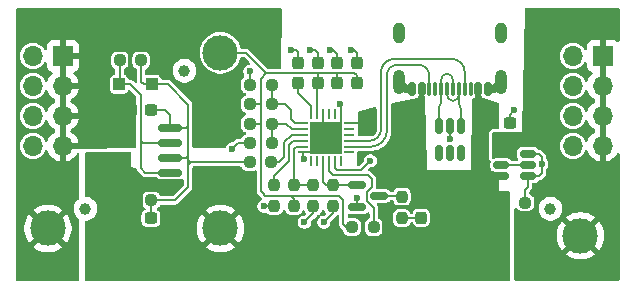
<source format=gbr>
%TF.GenerationSoftware,KiCad,Pcbnew,9.0.0*%
%TF.CreationDate,2025-03-06T17:29:06-05:00*%
%TF.ProjectId,USB-C-PD-Controller,5553422d-432d-4504-942d-436f6e74726f,rev?*%
%TF.SameCoordinates,Original*%
%TF.FileFunction,Copper,L1,Top*%
%TF.FilePolarity,Positive*%
%FSLAX46Y46*%
G04 Gerber Fmt 4.6, Leading zero omitted, Abs format (unit mm)*
G04 Created by KiCad (PCBNEW 9.0.0) date 2025-03-06 17:29:06*
%MOMM*%
%LPD*%
G01*
G04 APERTURE LIST*
G04 Aperture macros list*
%AMRoundRect*
0 Rectangle with rounded corners*
0 $1 Rounding radius*
0 $2 $3 $4 $5 $6 $7 $8 $9 X,Y pos of 4 corners*
0 Add a 4 corners polygon primitive as box body*
4,1,4,$2,$3,$4,$5,$6,$7,$8,$9,$2,$3,0*
0 Add four circle primitives for the rounded corners*
1,1,$1+$1,$2,$3*
1,1,$1+$1,$4,$5*
1,1,$1+$1,$6,$7*
1,1,$1+$1,$8,$9*
0 Add four rect primitives between the rounded corners*
20,1,$1+$1,$2,$3,$4,$5,0*
20,1,$1+$1,$4,$5,$6,$7,0*
20,1,$1+$1,$6,$7,$8,$9,0*
20,1,$1+$1,$8,$9,$2,$3,0*%
G04 Aperture macros list end*
%TA.AperFunction,SMDPad,CuDef*%
%ADD10RoundRect,0.237500X-0.237500X0.300000X-0.237500X-0.300000X0.237500X-0.300000X0.237500X0.300000X0*%
%TD*%
%TA.AperFunction,SMDPad,CuDef*%
%ADD11RoundRect,0.237500X0.250000X0.237500X-0.250000X0.237500X-0.250000X-0.237500X0.250000X-0.237500X0*%
%TD*%
%TA.AperFunction,SMDPad,CuDef*%
%ADD12RoundRect,0.237500X-0.237500X0.250000X-0.237500X-0.250000X0.237500X-0.250000X0.237500X0.250000X0*%
%TD*%
%TA.AperFunction,SMDPad,CuDef*%
%ADD13RoundRect,0.150000X0.150000X0.425000X-0.150000X0.425000X-0.150000X-0.425000X0.150000X-0.425000X0*%
%TD*%
%TA.AperFunction,SMDPad,CuDef*%
%ADD14RoundRect,0.075000X0.075000X0.500000X-0.075000X0.500000X-0.075000X-0.500000X0.075000X-0.500000X0*%
%TD*%
%TA.AperFunction,HeatsinkPad*%
%ADD15O,1.000000X2.100000*%
%TD*%
%TA.AperFunction,HeatsinkPad*%
%ADD16O,1.000000X1.800000*%
%TD*%
%TA.AperFunction,SMDPad,CuDef*%
%ADD17RoundRect,0.237500X0.237500X-0.250000X0.237500X0.250000X-0.237500X0.250000X-0.237500X-0.250000X0*%
%TD*%
%TA.AperFunction,ComponentPad*%
%ADD18C,3.000000*%
%TD*%
%TA.AperFunction,SMDPad,CuDef*%
%ADD19RoundRect,0.237500X0.237500X-0.287500X0.237500X0.287500X-0.237500X0.287500X-0.237500X-0.287500X0*%
%TD*%
%TA.AperFunction,SMDPad,CuDef*%
%ADD20RoundRect,0.150000X-0.587500X-0.150000X0.587500X-0.150000X0.587500X0.150000X-0.587500X0.150000X0*%
%TD*%
%TA.AperFunction,SMDPad,CuDef*%
%ADD21RoundRect,0.062500X-0.337500X-0.062500X0.337500X-0.062500X0.337500X0.062500X-0.337500X0.062500X0*%
%TD*%
%TA.AperFunction,SMDPad,CuDef*%
%ADD22RoundRect,0.062500X-0.062500X-0.337500X0.062500X-0.337500X0.062500X0.337500X-0.062500X0.337500X0*%
%TD*%
%TA.AperFunction,HeatsinkPad*%
%ADD23R,2.750000X2.750000*%
%TD*%
%TA.AperFunction,SMDPad,CuDef*%
%ADD24C,1.000000*%
%TD*%
%TA.AperFunction,SMDPad,CuDef*%
%ADD25RoundRect,0.237500X-0.250000X-0.237500X0.250000X-0.237500X0.250000X0.237500X-0.250000X0.237500X0*%
%TD*%
%TA.AperFunction,SMDPad,CuDef*%
%ADD26RoundRect,0.250000X-0.300000X-0.300000X0.300000X-0.300000X0.300000X0.300000X-0.300000X0.300000X0*%
%TD*%
%TA.AperFunction,SMDPad,CuDef*%
%ADD27RoundRect,0.150000X0.512500X0.150000X-0.512500X0.150000X-0.512500X-0.150000X0.512500X-0.150000X0*%
%TD*%
%TA.AperFunction,SMDPad,CuDef*%
%ADD28RoundRect,0.237500X-0.300000X-0.237500X0.300000X-0.237500X0.300000X0.237500X-0.300000X0.237500X0*%
%TD*%
%TA.AperFunction,SMDPad,CuDef*%
%ADD29RoundRect,0.150000X0.825000X0.150000X-0.825000X0.150000X-0.825000X-0.150000X0.825000X-0.150000X0*%
%TD*%
%TA.AperFunction,SMDPad,CuDef*%
%ADD30RoundRect,0.150000X-0.150000X0.512500X-0.150000X-0.512500X0.150000X-0.512500X0.150000X0.512500X0*%
%TD*%
%TA.AperFunction,ComponentPad*%
%ADD31R,1.700000X1.700000*%
%TD*%
%TA.AperFunction,ComponentPad*%
%ADD32O,1.700000X1.700000*%
%TD*%
%TA.AperFunction,ViaPad*%
%ADD33C,0.600000*%
%TD*%
%TA.AperFunction,Conductor*%
%ADD34C,0.203200*%
%TD*%
%TA.AperFunction,Conductor*%
%ADD35C,0.635000*%
%TD*%
G04 APERTURE END LIST*
D10*
%TO.P,C205,1*%
%TO.N,GNDD*%
X138161000Y-109478873D03*
%TO.P,C205,2*%
%TO.N,/USB-C PD Controller/VDDD*%
X138161000Y-111203873D03*
%TD*%
D11*
%TO.P,R208,1*%
%TO.N,Net-(U202-VBUS_FET_EN)*%
X130937000Y-117864873D03*
%TO.P,R208,2*%
%TO.N,Net-(D201-A)*%
X129112000Y-117864873D03*
%TD*%
D12*
%TO.P,R211,1*%
%TO.N,Net-(Q202-G)*%
X136144000Y-119757873D03*
%TO.P,R211,2*%
%TO.N,GNDD*%
X136144000Y-121582873D03*
%TD*%
D13*
%TO.P,J201,A1,GND*%
%TO.N,GNDD*%
X149250000Y-111653500D03*
%TO.P,J201,A4,VBUS*%
%TO.N,/USB-C PD Controller/V_USB*%
X148450000Y-111653500D03*
D14*
%TO.P,J201,A5,CC1*%
%TO.N,/USB-C PD Controller/CC1*%
X147300000Y-111653500D03*
%TO.P,J201,A6,D+*%
%TO.N,Net-(J201-D+-PadA6)*%
X146300000Y-111653500D03*
%TO.P,J201,A7,D-*%
%TO.N,Net-(J201-D--PadA7)*%
X145800000Y-111653500D03*
%TO.P,J201,A8,SBU1*%
%TO.N,unconnected-(J201-SBU1-PadA8)*%
X144800000Y-111653500D03*
D13*
%TO.P,J201,A9,VBUS*%
%TO.N,/USB-C PD Controller/V_USB*%
X143650000Y-111653500D03*
%TO.P,J201,A12,GND*%
%TO.N,GNDD*%
X142850000Y-111653500D03*
%TO.P,J201,B1,GND*%
X142850000Y-111653500D03*
%TO.P,J201,B4,VBUS*%
%TO.N,/USB-C PD Controller/V_USB*%
X143650000Y-111653500D03*
D14*
%TO.P,J201,B5,CC2*%
%TO.N,/USB-C PD Controller/CC2*%
X144300000Y-111653500D03*
%TO.P,J201,B6,D+*%
%TO.N,Net-(J201-D+-PadA6)*%
X145300000Y-111653500D03*
%TO.P,J201,B7,D-*%
%TO.N,Net-(J201-D--PadA7)*%
X146800000Y-111653500D03*
%TO.P,J201,B8,SBU2*%
%TO.N,unconnected-(J201-SBU2-PadB8)*%
X147800000Y-111653500D03*
D13*
%TO.P,J201,B9,VBUS*%
%TO.N,/USB-C PD Controller/V_USB*%
X148450000Y-111653500D03*
%TO.P,J201,B12,GND*%
%TO.N,GNDD*%
X149250000Y-111653500D03*
D15*
%TO.P,J201,S1,SHIELD*%
X150370000Y-111078500D03*
D16*
X150370000Y-106898500D03*
D15*
X141730000Y-111078500D03*
D16*
X141730000Y-106898500D03*
%TD*%
D17*
%TO.P,R205,1*%
%TO.N,/USB-C PD Controller/VDDD*%
X132842000Y-121606373D03*
%TO.P,R205,2*%
%TO.N,/USB-C PD Controller/ISNK_COARSE*%
X132842000Y-119781373D03*
%TD*%
D18*
%TO.P,TP201,1,1*%
%TO.N,/USB-C PD Controller/V_USB*%
X126617000Y-123467500D03*
%TD*%
D17*
%TO.P,R209,1*%
%TO.N,Net-(Q203A-G1)*%
X131191000Y-121606373D03*
%TO.P,R209,2*%
%TO.N,Net-(U202-SAFE_PWR_EN)*%
X131191000Y-119781373D03*
%TD*%
D18*
%TO.P,TP203,1,1*%
%TO.N,+15V*%
X112014000Y-123467500D03*
%TD*%
%TO.P,TP202,1,1*%
%TO.N,/USB-C PD Controller/VDDD*%
X126619000Y-108608500D03*
%TD*%
D19*
%TO.P,D202,1,K*%
%TO.N,Net-(D202-K)*%
X143637000Y-122575373D03*
%TO.P,D202,2,A*%
%TO.N,/USB-C PD Controller/V_USB*%
X143637000Y-120825373D03*
%TD*%
D20*
%TO.P,Q202,1,G*%
%TO.N,Net-(Q202-G)*%
X138176000Y-119781373D03*
%TO.P,Q202,2,S*%
%TO.N,GNDD*%
X138176000Y-121681373D03*
%TO.P,Q202,3,D*%
%TO.N,Net-(Q202-D)*%
X140051000Y-120731373D03*
%TD*%
D21*
%TO.P,U202,1,VBUS_MIN*%
%TO.N,/USB-C PD Controller/VBUS_MIN*%
X133589000Y-114545873D03*
%TO.P,U202,2,VBUS_MAX*%
%TO.N,/USB-C PD Controller/VBUS_MAX*%
X133589000Y-115045873D03*
%TO.P,U202,3,VBUS_FET_EN*%
%TO.N,Net-(U202-VBUS_FET_EN)*%
X133589000Y-115545873D03*
%TO.P,U202,4,SAFE_PWR_EN*%
%TO.N,Net-(U202-SAFE_PWR_EN)*%
X133589000Y-116045873D03*
%TO.P,U202,5,ISNK_COARSE*%
%TO.N,/USB-C PD Controller/ISNK_COARSE*%
X133589000Y-116545873D03*
%TO.P,U202,6,ISNK_FINE*%
%TO.N,GNDD*%
X133589000Y-117045873D03*
D22*
%TO.P,U202,7,~{HPI_INT}*%
%TO.N,unconnected-(U202-~{HPI_INT}-Pad7)*%
X134314000Y-117770873D03*
%TO.P,U202,8,GPIO_1*%
%TO.N,unconnected-(U202-GPIO_1-Pad8)*%
X134814000Y-117770873D03*
%TO.P,U202,9,FAULT*%
%TO.N,Net-(Q202-G)*%
X135314000Y-117770873D03*
%TO.P,U202,10,FLIP*%
%TO.N,Net-(U202-FLIP)*%
X135814000Y-117770873D03*
%TO.P,U202,11,VDC_OUT*%
%TO.N,+15V*%
X136314000Y-117770873D03*
%TO.P,U202,12,HPI_SDA*%
%TO.N,unconnected-(U202-HPI_SDA-Pad12)*%
X136814000Y-117770873D03*
D21*
%TO.P,U202,13,HPI_SCL*%
%TO.N,unconnected-(U202-HPI_SCL-Pad13)*%
X137539000Y-117045873D03*
%TO.P,U202,14,CC2*%
%TO.N,/USB-C PD Controller/CC2*%
X137539000Y-116545873D03*
%TO.P,U202,15,CC1*%
%TO.N,/USB-C PD Controller/CC1*%
X137539000Y-116045873D03*
%TO.P,U202,16,NC*%
%TO.N,unconnected-(U202-NC-Pad16)*%
X137539000Y-115545873D03*
%TO.P,U202,17,NC*%
%TO.N,unconnected-(U202-NC-Pad17)*%
X137539000Y-115045873D03*
%TO.P,U202,18,VBUS_IN*%
%TO.N,/USB-C PD Controller/V_USB*%
X137539000Y-114545873D03*
D22*
%TO.P,U202,19,GND*%
%TO.N,GNDD*%
X136814000Y-113820873D03*
%TO.P,U202,20,NC*%
%TO.N,unconnected-(U202-NC-Pad20)*%
X136314000Y-113820873D03*
%TO.P,U202,21,NC*%
%TO.N,unconnected-(U202-NC-Pad21)*%
X135814000Y-113820873D03*
%TO.P,U202,22,GND*%
%TO.N,GNDD*%
X135314000Y-113820873D03*
%TO.P,U202,23,VDDD*%
%TO.N,/USB-C PD Controller/VDDD*%
X134814000Y-113820873D03*
%TO.P,U202,24,VCCD*%
%TO.N,Net-(U202-VCCD)*%
X134314000Y-113820873D03*
D23*
%TO.P,U202,25,GND*%
%TO.N,GNDD*%
X135564000Y-115795873D03*
%TD*%
D18*
%TO.P,TP204,1,1*%
%TO.N,+5V*%
X157099000Y-124102500D03*
%TD*%
D24*
%TO.P,FID2,*%
%TO.N,*%
X115189000Y-121816500D03*
%TD*%
D25*
%TO.P,R213,1*%
%TO.N,/USB-C PD Controller/V_USB*%
X150598500Y-121285000D03*
%TO.P,R213,2*%
%TO.N,Net-(Q203A-G1)*%
X152423500Y-121285000D03*
%TD*%
D26*
%TO.P,D201,1,K*%
%TO.N,Net-(D201-K)*%
X118045000Y-111275500D03*
%TO.P,D201,2,A*%
%TO.N,Net-(D201-A)*%
X120845000Y-111275500D03*
%TD*%
D27*
%TO.P,Q203,1,G1*%
%TO.N,Net-(Q203A-G1)*%
X152662500Y-119060000D03*
%TO.P,Q203,2,S2*%
%TO.N,Net-(Q203A-S1)*%
X152662500Y-118110000D03*
%TO.P,Q203,3,G2*%
%TO.N,Net-(Q203A-G1)*%
X152662500Y-117160000D03*
%TO.P,Q203,4,D2*%
%TO.N,+5V*%
X150387500Y-117160000D03*
%TO.P,Q203,5,S1*%
%TO.N,Net-(Q203A-S1)*%
X150387500Y-118110000D03*
%TO.P,Q203,6,D1*%
%TO.N,/USB-C PD Controller/V_USB*%
X150387500Y-119060000D03*
%TD*%
D28*
%TO.P,C204,1*%
%TO.N,/USB-C PD Controller/V_USB*%
X149378500Y-114577500D03*
%TO.P,C204,2*%
%TO.N,GNDD*%
X151103500Y-114577500D03*
%TD*%
D25*
%TO.P,R212,1*%
%TO.N,Net-(D201-K)*%
X118086500Y-109243500D03*
%TO.P,R212,2*%
%TO.N,Net-(D201-A)*%
X119911500Y-109243500D03*
%TD*%
D10*
%TO.P,C201,1*%
%TO.N,GNDD*%
X133208000Y-109452373D03*
%TO.P,C201,2*%
%TO.N,Net-(U202-VCCD)*%
X133208000Y-111177373D03*
%TD*%
D25*
%TO.P,R207,1*%
%TO.N,/USB-C PD Controller/VDDD*%
X137771500Y-123360873D03*
%TO.P,R207,2*%
%TO.N,Net-(U202-FLIP)*%
X139596500Y-123360873D03*
%TD*%
D29*
%TO.P,Q201,1,S1*%
%TO.N,Net-(D201-K)*%
X122363000Y-118768500D03*
%TO.P,Q201,2,G1*%
%TO.N,Net-(D201-A)*%
X122363000Y-117498500D03*
%TO.P,Q201,3,S2*%
%TO.N,Net-(D201-K)*%
X122363000Y-116228500D03*
%TO.P,Q201,4,G2*%
%TO.N,Net-(D201-A)*%
X122363000Y-114958500D03*
%TO.P,Q201,5,D2*%
%TO.N,+15V*%
X117413000Y-114958500D03*
%TO.P,Q201,6,D2*%
X117413000Y-116228500D03*
%TO.P,Q201,7,D1*%
%TO.N,/USB-C PD Controller/V_USB*%
X117413000Y-117498500D03*
%TO.P,Q201,8,D1*%
X117413000Y-118768500D03*
%TD*%
D25*
%TO.P,R203,1*%
%TO.N,/USB-C PD Controller/VDDD*%
X129120500Y-112946873D03*
%TO.P,R203,2*%
%TO.N,/USB-C PD Controller/VBUS_MIN*%
X130945500Y-112946873D03*
%TD*%
D28*
%TO.P,C202,1*%
%TO.N,+15V*%
X119025500Y-113434500D03*
%TO.P,C202,2*%
%TO.N,Net-(D201-A)*%
X120750500Y-113434500D03*
%TD*%
D24*
%TO.P,FID1,*%
%TO.N,*%
X123571000Y-110132500D03*
%TD*%
%TO.P,FID3,*%
%TO.N,*%
X154559000Y-121816500D03*
%TD*%
D11*
%TO.P,R202,1*%
%TO.N,/USB-C PD Controller/VBUS_MAX*%
X130945500Y-116248873D03*
%TO.P,R202,2*%
%TO.N,GNDD*%
X129120500Y-116248873D03*
%TD*%
D30*
%TO.P,U201,1,I/O1*%
%TO.N,Net-(J201-D--PadA7)*%
X147000000Y-114837000D03*
%TO.P,U201,2,GND*%
%TO.N,GNDD*%
X146050000Y-114837000D03*
%TO.P,U201,3,I/O2*%
%TO.N,Net-(J201-D+-PadA6)*%
X145100000Y-114837000D03*
%TO.P,U201,4,I/O2*%
%TO.N,/USB-C PD Controller/USB_D_P*%
X145100000Y-117112000D03*
%TO.P,U201,5,VBUS*%
%TO.N,unconnected-(U201-VBUS-Pad5)*%
X146050000Y-117112000D03*
%TO.P,U201,6,I/O1*%
%TO.N,/USB-C PD Controller/USB_D_N*%
X147000000Y-117112000D03*
%TD*%
D12*
%TO.P,R206,1*%
%TO.N,/USB-C PD Controller/ISNK_COARSE*%
X134493000Y-119781373D03*
%TO.P,R206,2*%
%TO.N,GNDD*%
X134493000Y-121606373D03*
%TD*%
D25*
%TO.P,R201,1*%
%TO.N,/USB-C PD Controller/VDDD*%
X129120500Y-114597873D03*
%TO.P,R201,2*%
%TO.N,/USB-C PD Controller/VBUS_MAX*%
X130945500Y-114597873D03*
%TD*%
D28*
%TO.P,C203,1*%
%TO.N,/USB-C PD Controller/V_USB*%
X118999000Y-122631500D03*
%TO.P,C203,2*%
%TO.N,Net-(D201-A)*%
X120724000Y-122631500D03*
%TD*%
D10*
%TO.P,C206,1*%
%TO.N,GNDD*%
X136510000Y-109478873D03*
%TO.P,C206,2*%
%TO.N,/USB-C PD Controller/VDDD*%
X136510000Y-111203873D03*
%TD*%
%TO.P,C207,1*%
%TO.N,GNDD*%
X134859000Y-109478873D03*
%TO.P,C207,2*%
%TO.N,/USB-C PD Controller/VDDD*%
X134859000Y-111203873D03*
%TD*%
D17*
%TO.P,R214,1*%
%TO.N,Net-(D202-K)*%
X141986000Y-122598873D03*
%TO.P,R214,2*%
%TO.N,Net-(Q202-D)*%
X141986000Y-120773873D03*
%TD*%
D25*
%TO.P,R210,1*%
%TO.N,/USB-C PD Controller/V_USB*%
X118952000Y-121107500D03*
%TO.P,R210,2*%
%TO.N,Net-(D201-A)*%
X120777000Y-121107500D03*
%TD*%
D11*
%TO.P,R204,1*%
%TO.N,/USB-C PD Controller/VBUS_MIN*%
X130945500Y-111295873D03*
%TO.P,R204,2*%
%TO.N,GNDD*%
X129120500Y-111295873D03*
%TD*%
D31*
%TO.P,J1,1,Pin_1*%
%TO.N,+15V*%
X113284000Y-108862500D03*
D32*
%TO.P,J1,2,Pin_2*%
%TO.N,GNDD*%
X110744000Y-108862500D03*
%TO.P,J1,3,Pin_3*%
%TO.N,+15V*%
X113284000Y-111402500D03*
%TO.P,J1,4,Pin_4*%
%TO.N,GNDD*%
X110744000Y-111402500D03*
%TO.P,J1,5,Pin_5*%
%TO.N,+15V*%
X113284000Y-113942500D03*
%TO.P,J1,6,Pin_6*%
%TO.N,GNDD*%
X110744000Y-113942500D03*
%TO.P,J1,7,Pin_7*%
%TO.N,+15V*%
X113284000Y-116482500D03*
%TO.P,J1,8,Pin_8*%
%TO.N,GNDD*%
X110744000Y-116482500D03*
%TD*%
D31*
%TO.P,J2,1,Pin_1*%
%TO.N,+5V*%
X159004000Y-108862500D03*
D32*
%TO.P,J2,2,Pin_2*%
%TO.N,GNDD*%
X156464000Y-108862500D03*
%TO.P,J2,3,Pin_3*%
%TO.N,+5V*%
X159004000Y-111402500D03*
%TO.P,J2,4,Pin_4*%
%TO.N,GNDD*%
X156464000Y-111402500D03*
%TO.P,J2,5,Pin_5*%
%TO.N,+5V*%
X159004000Y-113942500D03*
%TO.P,J2,6,Pin_6*%
%TO.N,GNDD*%
X156464000Y-113942500D03*
%TO.P,J2,7,Pin_7*%
%TO.N,+5V*%
X159004000Y-116482500D03*
%TO.P,J2,8,Pin_8*%
%TO.N,GNDD*%
X156464000Y-116482500D03*
%TD*%
D33*
%TO.N,GNDD*%
X132588000Y-108354500D03*
X129120500Y-110171000D03*
X137668000Y-108354500D03*
X127635000Y-116736500D03*
X135890000Y-108354500D03*
X133731000Y-117625500D03*
X146050000Y-115924094D03*
X133731000Y-122959500D03*
X138176000Y-120927500D03*
X136779000Y-112926500D03*
X151511000Y-113434500D03*
X135382000Y-122959500D03*
X134239000Y-108354500D03*
%TO.N,+15V*%
X127889000Y-113942500D03*
X139319000Y-117752500D03*
%TO.N,/USB-C PD Controller/V_USB*%
X141700373Y-114545873D03*
X138811000Y-114545873D03*
%TO.N,Net-(Q203A-G1)*%
X130302000Y-121606373D03*
X153840000Y-118025500D03*
%TD*%
D34*
%TO.N,GNDD*%
X135382000Y-122959500D02*
X136144000Y-122197500D01*
X136144000Y-122197500D02*
X136144000Y-121582873D01*
X134493000Y-122197500D02*
X134493000Y-121606373D01*
X133731000Y-122959500D02*
X134493000Y-122197500D01*
X136510000Y-109478873D02*
X136510000Y-108720500D01*
D35*
X142850000Y-111653500D02*
X142305000Y-111653500D01*
D34*
X135314000Y-115545873D02*
X135564000Y-115795873D01*
X134859000Y-108593500D02*
X134859000Y-109478873D01*
X133589000Y-117045873D02*
X134314000Y-117045873D01*
D35*
X149795000Y-111653500D02*
X150370000Y-111078500D01*
D34*
X133208000Y-109452373D02*
X133208000Y-108578500D01*
X136814000Y-112961500D02*
X136779000Y-112926500D01*
D35*
X149250000Y-111653500D02*
X149795000Y-111653500D01*
D34*
X136814000Y-114545873D02*
X135564000Y-115795873D01*
X136814000Y-113820873D02*
X136814000Y-114545873D01*
X133208000Y-108578500D02*
X132984000Y-108354500D01*
X151103500Y-113842000D02*
X151103500Y-114577500D01*
X128122627Y-116248873D02*
X127635000Y-116736500D01*
X138161000Y-108593500D02*
X138161000Y-109478873D01*
X136144000Y-108354500D02*
X135890000Y-108354500D01*
X129120500Y-111295873D02*
X129120500Y-110171000D01*
X133589000Y-117483500D02*
X133589000Y-117045873D01*
X135314000Y-113820873D02*
X135314000Y-115545873D01*
X134314000Y-117045873D02*
X135564000Y-115795873D01*
X136814000Y-113820873D02*
X136814000Y-112961500D01*
X137922000Y-108354500D02*
X138161000Y-108593500D01*
X129120500Y-116248873D02*
X128122627Y-116248873D01*
X134620000Y-108354500D02*
X134859000Y-108593500D01*
X146050000Y-115924094D02*
X146050000Y-114837000D01*
X138176000Y-120927500D02*
X138176000Y-121681373D01*
X133731000Y-117625500D02*
X133589000Y-117483500D01*
X134239000Y-108354500D02*
X134620000Y-108354500D01*
X137668000Y-108354500D02*
X137922000Y-108354500D01*
X136510000Y-108720500D02*
X136144000Y-108354500D01*
X132984000Y-108354500D02*
X132588000Y-108354500D01*
X151511000Y-113434500D02*
X151103500Y-113842000D01*
D35*
X142305000Y-111653500D02*
X141730000Y-111078500D01*
D34*
%TO.N,Net-(U202-VCCD)*%
X134314000Y-113148873D02*
X134314000Y-113820873D01*
X133208000Y-112042873D02*
X134314000Y-113148873D01*
X133208000Y-111177373D02*
X133208000Y-112042873D01*
%TO.N,+15V*%
X138512327Y-118559173D02*
X138811000Y-118260500D01*
X136525000Y-118559173D02*
X138512327Y-118559173D01*
X136314000Y-117770873D02*
X136314000Y-118348173D01*
X136314000Y-118348173D02*
X136525000Y-118559173D01*
X138811000Y-118260500D02*
X139319000Y-117752500D01*
%TO.N,Net-(D201-A)*%
X123890000Y-117498500D02*
X123890000Y-119973500D01*
X120845000Y-111275500D02*
X122174000Y-111275500D01*
X120845000Y-111275500D02*
X120142000Y-111275500D01*
X123890000Y-115212500D02*
X123890000Y-117117500D01*
X122363000Y-113877500D02*
X121920000Y-113434500D01*
X120777000Y-122578500D02*
X120724000Y-122631500D01*
X123890000Y-117498500D02*
X123890000Y-117244500D01*
X123890000Y-119973500D02*
X122756000Y-121107500D01*
X123890000Y-117244500D02*
X123890000Y-117117500D01*
X122363000Y-114958500D02*
X122363000Y-113877500D01*
X120777000Y-121107500D02*
X120777000Y-122578500D01*
X124206000Y-117864873D02*
X124179000Y-117864873D01*
X122363000Y-117498500D02*
X123571000Y-117498500D01*
X120142000Y-111275500D02*
X119911500Y-111045000D01*
X122174000Y-111275500D02*
X123890000Y-112991500D01*
X119911500Y-111045000D02*
X119911500Y-109243500D01*
X122756000Y-121107500D02*
X120777000Y-121107500D01*
X123890000Y-117244500D02*
X123890000Y-117117500D01*
X129112000Y-117864873D02*
X124206000Y-117864873D01*
X124179000Y-117864873D02*
X124109000Y-117864873D01*
X123890000Y-114704500D02*
X123890000Y-114958500D01*
X123925000Y-117864873D02*
X123890000Y-117899873D01*
X121920000Y-113434500D02*
X120750500Y-113434500D01*
X123698000Y-114958500D02*
X123890000Y-114958500D01*
X123571000Y-117498500D02*
X123890000Y-117498500D01*
X123890000Y-114958500D02*
X123890000Y-115212500D01*
X123890000Y-112991500D02*
X123890000Y-114704500D01*
X124206000Y-117864873D02*
X123925000Y-117864873D01*
X122363000Y-114958500D02*
X123698000Y-114958500D01*
X123890000Y-117752500D02*
G75*
G03*
X123636000Y-117498500I-254000J0D01*
G01*
X123636000Y-114958500D02*
G75*
G02*
X123890000Y-115212500I0J-254000D01*
G01*
X123636000Y-114958500D02*
G75*
G03*
X123890000Y-114704500I0J254000D01*
G01*
X124179000Y-117864873D02*
G75*
G03*
X123889973Y-118153873I0J-289027D01*
G01*
X123636000Y-117498500D02*
G75*
G03*
X123890000Y-117244500I0J254000D01*
G01*
X124109000Y-117864873D02*
G75*
G02*
X123890027Y-117645873I0J218973D01*
G01*
%TO.N,/USB-C PD Controller/V_USB*%
X137539000Y-114545873D02*
X138811000Y-114545873D01*
%TO.N,Net-(D201-K)*%
X119867800Y-116228500D02*
X119867800Y-115974500D01*
X118045000Y-111275500D02*
X118045000Y-111083500D01*
X120269000Y-118768500D02*
X122363000Y-118768500D01*
X118045000Y-111083500D02*
X118086500Y-111042000D01*
X122363000Y-116228500D02*
X120269000Y-116228500D01*
X119867800Y-118367300D02*
X119867800Y-116482500D01*
X119867800Y-115974500D02*
X119867800Y-112144300D01*
X118086500Y-111042000D02*
X118086500Y-109243500D01*
X120269000Y-116228500D02*
X119867800Y-116228500D01*
X120269000Y-116228500D02*
X120121800Y-116228500D01*
X119867800Y-116482500D02*
X119867800Y-116228500D01*
X118999000Y-111275500D02*
X118045000Y-111275500D01*
X119867800Y-112144300D02*
X118999000Y-111275500D01*
X120269000Y-118768500D02*
X119867800Y-118367300D01*
X120121800Y-116228500D02*
G75*
G02*
X119867800Y-115974500I0J254000D01*
G01*
X120121800Y-116228500D02*
G75*
G03*
X119867800Y-116482500I0J-254000D01*
G01*
%TO.N,Net-(D202-K)*%
X141986000Y-122598873D02*
X143613500Y-122598873D01*
X143613500Y-122598873D02*
G75*
G03*
X143636973Y-122575373I0J23473D01*
G01*
%TO.N,/USB-C PD Controller/CC2*%
X140716000Y-110386500D02*
X140718000Y-110388500D01*
X139382627Y-116545873D02*
X137539000Y-116545873D01*
X140718000Y-110388500D02*
X140718000Y-115210500D01*
X141478000Y-109624500D02*
X143383000Y-109624500D01*
X144300000Y-110541500D02*
X144300000Y-111653500D01*
X140718000Y-115210500D02*
X140716000Y-115212500D01*
X141478000Y-109624500D02*
G75*
G03*
X140716000Y-110386500I0J-762000D01*
G01*
X143383000Y-109624500D02*
G75*
G02*
X144300000Y-110541500I0J-917000D01*
G01*
X140716000Y-115212500D02*
G75*
G02*
X139382627Y-116545900I-1333400J0D01*
G01*
%TO.N,/USB-C PD Controller/CC1*%
X140202217Y-115212500D02*
X140202217Y-110265283D01*
X141351000Y-109116500D02*
X146177006Y-109116500D01*
X137539000Y-116045873D02*
X139270945Y-116045873D01*
X147300000Y-110239494D02*
X147300000Y-111653500D01*
X139270945Y-116045873D02*
G75*
G03*
X140207973Y-115108818I-45J937073D01*
G01*
X140202217Y-110265283D02*
G75*
G02*
X141351000Y-109116517I1148783J-17D01*
G01*
X147300000Y-111653500D02*
G75*
G03*
X147320000Y-111633500I0J20000D01*
G01*
X146177006Y-109116500D02*
G75*
G02*
X147300000Y-110239494I-6J-1123000D01*
G01*
%TO.N,Net-(J201-D+-PadA6)*%
X146300000Y-110890500D02*
X146300000Y-111653500D01*
X145100000Y-113307580D02*
X145100000Y-114964000D01*
X145300000Y-111653500D02*
X145300000Y-110882500D01*
X145300000Y-111653500D02*
X145300000Y-112857210D01*
X145796000Y-110386500D02*
G75*
G02*
X146300000Y-110890500I0J-504000D01*
G01*
X145300000Y-110882500D02*
G75*
G02*
X145796000Y-110386500I496000J0D01*
G01*
X145204086Y-113056381D02*
G75*
G03*
X145099997Y-113307580I251114J-251219D01*
G01*
X145300000Y-112857210D02*
G75*
G02*
X145226994Y-113033469I-249300J10D01*
G01*
%TO.N,Net-(J201-D--PadA7)*%
X146800000Y-112897529D02*
X146800000Y-111653500D01*
X145800000Y-111653500D02*
X145800000Y-112168500D01*
X147000000Y-114964000D02*
X147000000Y-113380366D01*
X146800000Y-111653500D02*
X146800000Y-112176500D01*
X145800000Y-112168500D02*
G75*
G03*
X146304000Y-112672500I504000J0D01*
G01*
X147000000Y-113380366D02*
G75*
G03*
X146901796Y-113143310I-335300J-34D01*
G01*
X146800000Y-112176500D02*
G75*
G02*
X146304000Y-112672500I-496000J0D01*
G01*
X146901803Y-113143303D02*
G75*
G02*
X146799986Y-112897529I245797J245803D01*
G01*
%TO.N,Net-(Q202-G)*%
X136144000Y-119757873D02*
X135542000Y-119757873D01*
X135314000Y-119529873D02*
X135314000Y-117770873D01*
X135542000Y-119757873D02*
X135314000Y-119529873D01*
X138176000Y-119781373D02*
X136167500Y-119781373D01*
X136167500Y-119781373D02*
G75*
G02*
X136144027Y-119757873I0J23473D01*
G01*
%TO.N,Net-(Q202-D)*%
X141932500Y-120731373D02*
X140051000Y-120731373D01*
%TO.N,Net-(Q203A-G1)*%
X131191000Y-121606373D02*
X130302000Y-121606373D01*
X152662500Y-119944500D02*
X152423500Y-120183500D01*
X153567500Y-119060000D02*
X152662500Y-119060000D01*
X153840000Y-117437500D02*
X153562500Y-117160000D01*
X152423500Y-120183500D02*
X152423500Y-121285000D01*
X152662500Y-119060000D02*
X152662500Y-119944500D01*
X153562500Y-117160000D02*
X152662500Y-117160000D01*
X153840000Y-118025500D02*
X153840000Y-117437500D01*
X153840000Y-118787500D02*
X153567500Y-119060000D01*
X153840000Y-118025500D02*
X153840000Y-118787500D01*
%TO.N,Net-(Q203A-S1)*%
X150387500Y-118110000D02*
X152662500Y-118110000D01*
%TO.N,/USB-C PD Controller/VBUS_MAX*%
X133589000Y-115045873D02*
X132655000Y-115045873D01*
X132207000Y-114597873D02*
X131341500Y-114597873D01*
X131365000Y-116225373D02*
X131388500Y-116248873D01*
X130945500Y-116248873D02*
X130945500Y-114597873D01*
X132655000Y-115045873D02*
X132207000Y-114597873D01*
%TO.N,/USB-C PD Controller/VDDD*%
X130048000Y-120312872D02*
X130228314Y-120493186D01*
X130048000Y-114597873D02*
X130048000Y-120312872D01*
X137287000Y-123360873D02*
X137033000Y-123106873D01*
X137963300Y-110321173D02*
X138161000Y-110518873D01*
X135687700Y-110321173D02*
X136508000Y-110321173D01*
X136652000Y-120693873D02*
X132334000Y-120693873D01*
X130500800Y-110335073D02*
X130048000Y-110787873D01*
X136508000Y-110321173D02*
X137963300Y-110321173D01*
X135673800Y-110335073D02*
X135687700Y-110321173D01*
X132842000Y-121606373D02*
X132842000Y-120947873D01*
X134814000Y-114111873D02*
X134814000Y-111248873D01*
X132588000Y-120693873D02*
X132334000Y-120693873D01*
X138161000Y-110518873D02*
X138161000Y-111203873D01*
X137033000Y-123106873D02*
X137033000Y-121074873D01*
X136510000Y-110323173D02*
X136508000Y-110321173D01*
X134859000Y-110337073D02*
X134857000Y-110335073D01*
X130048000Y-110787873D02*
X130048000Y-112946873D01*
X129120500Y-112946873D02*
X130048000Y-112946873D01*
X136510000Y-111203873D02*
X136510000Y-110323173D01*
X128774227Y-108608500D02*
X126619000Y-108608500D01*
X130500800Y-110335073D02*
X128774227Y-108608500D01*
X137033000Y-121074873D02*
X136652000Y-120693873D01*
X137771500Y-123360873D02*
X137287000Y-123360873D01*
X132334000Y-120693873D02*
X130429000Y-120693873D01*
X129120500Y-114597873D02*
X130048000Y-114597873D01*
X134857000Y-110335073D02*
X130500800Y-110335073D01*
X132842000Y-120947873D02*
X132588000Y-120693873D01*
X134857000Y-110335073D02*
X135673800Y-110335073D01*
X134859000Y-111203873D02*
X134859000Y-110337073D01*
X130048000Y-112946873D02*
X130048000Y-114597873D01*
X130429000Y-120693873D02*
X130228314Y-120493186D01*
X136465000Y-111248873D02*
G75*
G02*
X136510000Y-111203900I45000J-27D01*
G01*
%TO.N,/USB-C PD Controller/VBUS_MIN*%
X131341500Y-112946873D02*
X131381500Y-112986873D01*
X132917000Y-114545873D02*
X132588000Y-114216873D01*
X132588000Y-113454873D02*
X132080000Y-112946873D01*
X133589000Y-114545873D02*
X132917000Y-114545873D01*
X130945500Y-111295873D02*
X130945500Y-112946873D01*
X132080000Y-112946873D02*
X131341500Y-112946873D01*
X132588000Y-114216873D02*
X132588000Y-113454873D01*
%TO.N,/USB-C PD Controller/ISNK_COARSE*%
X133589000Y-116545873D02*
X133053000Y-116545873D01*
X132715000Y-119654373D02*
X132842000Y-119781373D01*
X132842000Y-116756873D02*
X132842000Y-119781373D01*
X133053000Y-116545873D02*
X132842000Y-116756873D01*
X132842000Y-119781373D02*
X134493000Y-119781373D01*
%TO.N,Net-(U202-FLIP)*%
X139596500Y-123360873D02*
X139596500Y-121717031D01*
X135814000Y-118635573D02*
X135814000Y-117770873D01*
X139446000Y-119296873D02*
X139114700Y-118965573D01*
X139008700Y-120369173D02*
X139446000Y-119931873D01*
X136144000Y-118965573D02*
X135814000Y-118635573D01*
X139114700Y-118965573D02*
X136144000Y-118965573D01*
X139008700Y-121129231D02*
X139008700Y-120369173D01*
X139446000Y-119931873D02*
X139446000Y-119296873D01*
X139596500Y-121717031D02*
X139008700Y-121129231D01*
%TO.N,Net-(U202-VBUS_FET_EN)*%
X132029200Y-117442673D02*
X131607000Y-117864873D01*
X131607000Y-117864873D02*
X131333000Y-117864873D01*
X132656000Y-115545873D02*
X132029200Y-116172673D01*
X133589000Y-115545873D02*
X132656000Y-115545873D01*
X132029200Y-116172673D02*
X132029200Y-117442673D01*
%TO.N,Net-(U202-SAFE_PWR_EN)*%
X132791000Y-116045873D02*
X133589000Y-116045873D01*
X131191000Y-119781373D02*
X131191000Y-119042873D01*
X132435600Y-116401273D02*
X132791000Y-116045873D01*
X132435600Y-117798273D02*
X132435600Y-116401273D01*
X131191000Y-119042873D02*
X132435600Y-117798273D01*
%TD*%
%TA.AperFunction,Conductor*%
%TO.N,/USB-C PD Controller/V_USB*%
G36*
X148638539Y-111168185D02*
G01*
X148684294Y-111220989D01*
X148695500Y-111272500D01*
X148695500Y-111496558D01*
X148691275Y-111528650D01*
X148678000Y-111578193D01*
X148678000Y-111578195D01*
X148678000Y-111728805D01*
X148686456Y-111760363D01*
X148691275Y-111778347D01*
X148695500Y-111810440D01*
X148695500Y-112110339D01*
X148710500Y-112205052D01*
X148716778Y-112217373D01*
X148768674Y-112319223D01*
X148768676Y-112319225D01*
X148768678Y-112319228D01*
X148859271Y-112409821D01*
X148859273Y-112409822D01*
X148859277Y-112409826D01*
X148973445Y-112467998D01*
X148973446Y-112467998D01*
X148973448Y-112467999D01*
X148973447Y-112467999D01*
X149068161Y-112483000D01*
X149108370Y-112483000D01*
X149154422Y-112491869D01*
X149344842Y-112568037D01*
X150163054Y-112895321D01*
X150217986Y-112938494D01*
X150240858Y-113004514D01*
X150241000Y-113010451D01*
X150241000Y-114956000D01*
X150221315Y-115023039D01*
X150168511Y-115068794D01*
X150117000Y-115080000D01*
X149729991Y-115080000D01*
X149674838Y-115085930D01*
X149623316Y-115097139D01*
X149596536Y-115104486D01*
X149508553Y-115154588D01*
X149455751Y-115200340D01*
X149423630Y-115233629D01*
X149376695Y-115323352D01*
X149357013Y-115390382D01*
X149357010Y-115390394D01*
X149348983Y-115446229D01*
X149346500Y-115463500D01*
X149346500Y-117447877D01*
X149346507Y-117449783D01*
X149346519Y-117451454D01*
X149346520Y-117451558D01*
X149358092Y-117526295D01*
X149358096Y-117526313D01*
X149378731Y-117593051D01*
X149396283Y-117635858D01*
X149463339Y-117719679D01*
X149461150Y-117721430D01*
X149488273Y-117772475D01*
X149485428Y-117823553D01*
X149487028Y-117823807D01*
X149470500Y-117928160D01*
X149470500Y-118291839D01*
X149485500Y-118386552D01*
X149485502Y-118386555D01*
X149543674Y-118500723D01*
X149543676Y-118500725D01*
X149543678Y-118500728D01*
X149634271Y-118591321D01*
X149634273Y-118591322D01*
X149634277Y-118591326D01*
X149748445Y-118649498D01*
X149748446Y-118649498D01*
X149748448Y-118649499D01*
X149748447Y-118649499D01*
X149843161Y-118664500D01*
X150117000Y-118664500D01*
X150184039Y-118684185D01*
X150229794Y-118736989D01*
X150241000Y-118788500D01*
X150241000Y-120292500D01*
X151006000Y-120292500D01*
X151073039Y-120312185D01*
X151118794Y-120364989D01*
X151130000Y-120416500D01*
X151130000Y-127796000D01*
X151110315Y-127863039D01*
X151057511Y-127908794D01*
X151006000Y-127920000D01*
X115251000Y-127920000D01*
X115183961Y-127900315D01*
X115138206Y-127847511D01*
X115127000Y-127796000D01*
X115127000Y-122941000D01*
X115146685Y-122873961D01*
X115199489Y-122828206D01*
X115251000Y-122817000D01*
X115287543Y-122817000D01*
X115437505Y-122787170D01*
X115480835Y-122778551D01*
X115662914Y-122703132D01*
X115826782Y-122593639D01*
X115966139Y-122454282D01*
X116075632Y-122290414D01*
X116076492Y-122288339D01*
X116109832Y-122207847D01*
X116151051Y-122108335D01*
X116175087Y-121987498D01*
X116189500Y-121915043D01*
X116189500Y-121717956D01*
X116151052Y-121524670D01*
X116151051Y-121524669D01*
X116151051Y-121524665D01*
X116147409Y-121515872D01*
X116075635Y-121342592D01*
X116075628Y-121342579D01*
X115966139Y-121178718D01*
X115966136Y-121178714D01*
X115826785Y-121039363D01*
X115826781Y-121039360D01*
X115662920Y-120929871D01*
X115662907Y-120929864D01*
X115480839Y-120854450D01*
X115480829Y-120854447D01*
X115287543Y-120816000D01*
X115287541Y-120816000D01*
X115251000Y-120816000D01*
X115183961Y-120796315D01*
X115138206Y-120743511D01*
X115127000Y-120692000D01*
X115127000Y-117115741D01*
X115146685Y-117048702D01*
X115199489Y-117002947D01*
X115250069Y-116991744D01*
X118939073Y-116964113D01*
X119006256Y-116983295D01*
X119052405Y-117035755D01*
X119064000Y-117088110D01*
X119064000Y-118260500D01*
X119432628Y-118358955D01*
X119492315Y-118395271D01*
X119520403Y-118446663D01*
X119535965Y-118504748D01*
X119582851Y-118585954D01*
X119902322Y-118905423D01*
X119984047Y-118987148D01*
X119984049Y-118987151D01*
X120050349Y-119053451D01*
X120113227Y-119089754D01*
X120131550Y-119100333D01*
X120222118Y-119124600D01*
X120222119Y-119124600D01*
X121120689Y-119124600D01*
X121187728Y-119144285D01*
X121208365Y-119160914D01*
X121297277Y-119249826D01*
X121411445Y-119307998D01*
X121411446Y-119307998D01*
X121411448Y-119307999D01*
X121411447Y-119307999D01*
X121506161Y-119323000D01*
X121506166Y-119323000D01*
X123219839Y-119323000D01*
X123314552Y-119307999D01*
X123314553Y-119307998D01*
X123314555Y-119307998D01*
X123353605Y-119288100D01*
X123422273Y-119275204D01*
X123487014Y-119301479D01*
X123527271Y-119358585D01*
X123533900Y-119398585D01*
X123533900Y-119774636D01*
X123514215Y-119841675D01*
X123497581Y-119862317D01*
X122644817Y-120715081D01*
X122583494Y-120748566D01*
X122557136Y-120751400D01*
X121593967Y-120751400D01*
X121526928Y-120731715D01*
X121481173Y-120678911D01*
X121477785Y-120670733D01*
X121463259Y-120631787D01*
X121463258Y-120631785D01*
X121451457Y-120616021D01*
X121378474Y-120518526D01*
X121293209Y-120454698D01*
X121265218Y-120433744D01*
X121265217Y-120433743D01*
X121265215Y-120433742D01*
X121212535Y-120414093D01*
X121132659Y-120384300D01*
X121074065Y-120378000D01*
X120479946Y-120378000D01*
X120479937Y-120378001D01*
X120421340Y-120384300D01*
X120288790Y-120433739D01*
X120288781Y-120433744D01*
X120175526Y-120518526D01*
X120090744Y-120631781D01*
X120090741Y-120631788D01*
X120041300Y-120764339D01*
X120041300Y-120764341D01*
X120035000Y-120822926D01*
X120035000Y-121392053D01*
X120035001Y-121392062D01*
X120041300Y-121450659D01*
X120090739Y-121583209D01*
X120090741Y-121583212D01*
X120090742Y-121583215D01*
X120175526Y-121696474D01*
X120230094Y-121737322D01*
X120271964Y-121793254D01*
X120276948Y-121862945D01*
X120243464Y-121924269D01*
X120199120Y-121952768D01*
X120192502Y-121955236D01*
X120185784Y-121957742D01*
X120185781Y-121957744D01*
X120072526Y-122042526D01*
X119987744Y-122155781D01*
X119987741Y-122155788D01*
X119938300Y-122288339D01*
X119938300Y-122288341D01*
X119932000Y-122346926D01*
X119932000Y-122916053D01*
X119932001Y-122916062D01*
X119938300Y-122974658D01*
X119987739Y-123107209D01*
X119987741Y-123107213D01*
X119987742Y-123107215D01*
X120072526Y-123220474D01*
X120185785Y-123305258D01*
X120301913Y-123348572D01*
X120314924Y-123353425D01*
X120318343Y-123354700D01*
X120376943Y-123361000D01*
X121071056Y-123360999D01*
X121129657Y-123354700D01*
X121178707Y-123336405D01*
X124617000Y-123336405D01*
X124617000Y-123598594D01*
X124651220Y-123858509D01*
X124651222Y-123858520D01*
X124719075Y-124111755D01*
X124819404Y-124353971D01*
X124819409Y-124353982D01*
X124950488Y-124581016D01*
X124950494Y-124581024D01*
X125037080Y-124693865D01*
X125901152Y-123829792D01*
X125908049Y-123846442D01*
X125995599Y-123977470D01*
X126107030Y-124088901D01*
X126238058Y-124176451D01*
X126254705Y-124183346D01*
X125390633Y-125047417D01*
X125390633Y-125047418D01*
X125503475Y-125134005D01*
X125503483Y-125134011D01*
X125730517Y-125265090D01*
X125730528Y-125265095D01*
X125972744Y-125365424D01*
X126225979Y-125433277D01*
X126225990Y-125433279D01*
X126485905Y-125467499D01*
X126485920Y-125467500D01*
X126748080Y-125467500D01*
X126748094Y-125467499D01*
X127008009Y-125433279D01*
X127008020Y-125433277D01*
X127261255Y-125365424D01*
X127503471Y-125265095D01*
X127503482Y-125265090D01*
X127730516Y-125134011D01*
X127730534Y-125133999D01*
X127843365Y-125047419D01*
X127843365Y-125047417D01*
X126979294Y-124183346D01*
X126995942Y-124176451D01*
X127126970Y-124088901D01*
X127238401Y-123977470D01*
X127325951Y-123846442D01*
X127332846Y-123829794D01*
X128196917Y-124693865D01*
X128196919Y-124693865D01*
X128283499Y-124581034D01*
X128283511Y-124581016D01*
X128414590Y-124353982D01*
X128414595Y-124353971D01*
X128514924Y-124111755D01*
X128582777Y-123858520D01*
X128582779Y-123858509D01*
X128616999Y-123598594D01*
X128617000Y-123598580D01*
X128617000Y-123336419D01*
X128616999Y-123336405D01*
X128582779Y-123076490D01*
X128582777Y-123076479D01*
X128514924Y-122823244D01*
X128414595Y-122581028D01*
X128414590Y-122581017D01*
X128283511Y-122353983D01*
X128283505Y-122353975D01*
X128196918Y-122241133D01*
X128196917Y-122241133D01*
X127332846Y-123105204D01*
X127325951Y-123088558D01*
X127238401Y-122957530D01*
X127126970Y-122846099D01*
X126995942Y-122758549D01*
X126979292Y-122751652D01*
X127843365Y-121887580D01*
X127730524Y-121800994D01*
X127730516Y-121800988D01*
X127503482Y-121669909D01*
X127503471Y-121669904D01*
X127261255Y-121569575D01*
X127008020Y-121501722D01*
X127008009Y-121501720D01*
X126748094Y-121467500D01*
X126485905Y-121467500D01*
X126225990Y-121501720D01*
X126225979Y-121501722D01*
X125972744Y-121569575D01*
X125730528Y-121669904D01*
X125730517Y-121669909D01*
X125503471Y-121800996D01*
X125390633Y-121887579D01*
X125390633Y-121887580D01*
X126254706Y-122751653D01*
X126238058Y-122758549D01*
X126107030Y-122846099D01*
X125995599Y-122957530D01*
X125908049Y-123088558D01*
X125901153Y-123105206D01*
X125037080Y-122241133D01*
X125037079Y-122241133D01*
X124950496Y-122353971D01*
X124819409Y-122581017D01*
X124819404Y-122581028D01*
X124719075Y-122823244D01*
X124651222Y-123076479D01*
X124651220Y-123076490D01*
X124617000Y-123336405D01*
X121178707Y-123336405D01*
X121262215Y-123305258D01*
X121359105Y-123232728D01*
X121360426Y-123231738D01*
X121375474Y-123220474D01*
X121460258Y-123107215D01*
X121509700Y-122974657D01*
X121509989Y-122971966D01*
X121515999Y-122916073D01*
X121515999Y-122916062D01*
X121516000Y-122916057D01*
X121515999Y-122346944D01*
X121509700Y-122288343D01*
X121492312Y-122241725D01*
X121460260Y-122155790D01*
X121460259Y-122155788D01*
X121460258Y-122155785D01*
X121375474Y-122042526D01*
X121278442Y-121969889D01*
X121236571Y-121913955D01*
X121231587Y-121844263D01*
X121265072Y-121782940D01*
X121278428Y-121771366D01*
X121378474Y-121696474D01*
X121463258Y-121583215D01*
X121471727Y-121560508D01*
X121477785Y-121544267D01*
X121519656Y-121488333D01*
X121585120Y-121463916D01*
X121593967Y-121463600D01*
X122802878Y-121463600D01*
X122802881Y-121463600D01*
X122851187Y-121450657D01*
X122893447Y-121439334D01*
X122893447Y-121439333D01*
X122893450Y-121439333D01*
X122974651Y-121392451D01*
X124098441Y-120268658D01*
X124098446Y-120268655D01*
X124108649Y-120258451D01*
X124108651Y-120258451D01*
X124174951Y-120192151D01*
X124221833Y-120110950D01*
X124246100Y-120020381D01*
X124246100Y-118344973D01*
X124265785Y-118277934D01*
X124318589Y-118232179D01*
X124370100Y-118220973D01*
X128295033Y-118220973D01*
X128362072Y-118240658D01*
X128407827Y-118293462D01*
X128411215Y-118301640D01*
X128425740Y-118340585D01*
X128425741Y-118340587D01*
X128447057Y-118369062D01*
X128510526Y-118453847D01*
X128623785Y-118538631D01*
X128756343Y-118588073D01*
X128814943Y-118594373D01*
X129409056Y-118594372D01*
X129467657Y-118588073D01*
X129524565Y-118566846D01*
X129594257Y-118561861D01*
X129655580Y-118595346D01*
X129689066Y-118656669D01*
X129691900Y-118683028D01*
X129691900Y-120359756D01*
X129716165Y-120450319D01*
X129716167Y-120450322D01*
X129763049Y-120531523D01*
X129763051Y-120531525D01*
X130121655Y-120890129D01*
X130155140Y-120951452D01*
X130150156Y-121021144D01*
X130108284Y-121077077D01*
X130094594Y-121084878D01*
X130095010Y-121085597D01*
X129961532Y-121162659D01*
X129961527Y-121162663D01*
X129858290Y-121265900D01*
X129858286Y-121265905D01*
X129785289Y-121392341D01*
X129785288Y-121392344D01*
X129747500Y-121533372D01*
X129747500Y-121679374D01*
X129777714Y-121792133D01*
X129785288Y-121820401D01*
X129785289Y-121820404D01*
X129858286Y-121946840D01*
X129858288Y-121946843D01*
X129858289Y-121946844D01*
X129961529Y-122050084D01*
X130087971Y-122123085D01*
X130228999Y-122160873D01*
X130229001Y-122160873D01*
X130374998Y-122160873D01*
X130375001Y-122160873D01*
X130453743Y-122139774D01*
X130523591Y-122141437D01*
X130581454Y-122180599D01*
X130585102Y-122185239D01*
X130602024Y-122207845D01*
X130602027Y-122207848D01*
X130618450Y-122220142D01*
X130715285Y-122292631D01*
X130825751Y-122333833D01*
X130840271Y-122339249D01*
X130847843Y-122342073D01*
X130906443Y-122348373D01*
X131475556Y-122348372D01*
X131534157Y-122342073D01*
X131666715Y-122292631D01*
X131779974Y-122207847D01*
X131864758Y-122094588D01*
X131900319Y-121999245D01*
X131942190Y-121943314D01*
X132007655Y-121918897D01*
X132075927Y-121933749D01*
X132125332Y-121983155D01*
X132132678Y-121999239D01*
X132168242Y-122094588D01*
X132168243Y-122094590D01*
X132168244Y-122094591D01*
X132189198Y-122122582D01*
X132253026Y-122207847D01*
X132366285Y-122292631D01*
X132476751Y-122333833D01*
X132491271Y-122339249D01*
X132498843Y-122342073D01*
X132557443Y-122348373D01*
X133126556Y-122348372D01*
X133185157Y-122342073D01*
X133317715Y-122292631D01*
X133430974Y-122207847D01*
X133515758Y-122094588D01*
X133551319Y-121999245D01*
X133593190Y-121943314D01*
X133658655Y-121918897D01*
X133726927Y-121933749D01*
X133776332Y-121983155D01*
X133783678Y-121999239D01*
X133819242Y-122094588D01*
X133871755Y-122164738D01*
X133880985Y-122189485D01*
X133896171Y-122230199D01*
X133896170Y-122230200D01*
X133896171Y-122230202D01*
X133890280Y-122257281D01*
X133881320Y-122298473D01*
X133881319Y-122298474D01*
X133881319Y-122298475D01*
X133867700Y-122316667D01*
X133860169Y-122326727D01*
X133818217Y-122368680D01*
X133756895Y-122402166D01*
X133730535Y-122405000D01*
X133657999Y-122405000D01*
X133616383Y-122416151D01*
X133516971Y-122442788D01*
X133390529Y-122515789D01*
X133375507Y-122530810D01*
X133375505Y-122530812D01*
X133287287Y-122619031D01*
X133287286Y-122619032D01*
X133214289Y-122745468D01*
X133214288Y-122745471D01*
X133176500Y-122886499D01*
X133176500Y-123032501D01*
X133208990Y-123153754D01*
X133214288Y-123173528D01*
X133214289Y-123173531D01*
X133287286Y-123299967D01*
X133287288Y-123299970D01*
X133287289Y-123299971D01*
X133390529Y-123403211D01*
X133516971Y-123476212D01*
X133657999Y-123514000D01*
X133658001Y-123514000D01*
X133803999Y-123514000D01*
X133804001Y-123514000D01*
X133945029Y-123476212D01*
X134071471Y-123403211D01*
X134174711Y-123299971D01*
X134247712Y-123173529D01*
X134285500Y-123032501D01*
X134285500Y-122959964D01*
X134305185Y-122892925D01*
X134321819Y-122872283D01*
X134546455Y-122647647D01*
X134777951Y-122416151D01*
X134784389Y-122405000D01*
X134794199Y-122388009D01*
X134826357Y-122357349D01*
X134844761Y-122339800D01*
X134844766Y-122339797D01*
X134844768Y-122339796D01*
X134844771Y-122339795D01*
X134858249Y-122333833D01*
X134877301Y-122326727D01*
X134906666Y-122315773D01*
X134976357Y-122310789D01*
X135012708Y-122330637D01*
X135023044Y-122269180D01*
X135060267Y-122224096D01*
X135081974Y-122207847D01*
X135166758Y-122094588D01*
X135206701Y-121987495D01*
X135222537Y-121966342D01*
X135235200Y-121943152D01*
X135243146Y-121938812D01*
X135248572Y-121931565D01*
X135273328Y-121922331D01*
X135296522Y-121909666D01*
X135305553Y-121910311D01*
X135314036Y-121907148D01*
X135339857Y-121912765D01*
X135366214Y-121914650D01*
X135373461Y-121920075D01*
X135382309Y-121922000D01*
X135400993Y-121940684D01*
X135422148Y-121956520D01*
X135428546Y-121968237D01*
X135431714Y-121971405D01*
X135439063Y-121987497D01*
X135470240Y-122071084D01*
X135470241Y-122071085D01*
X135470242Y-122071088D01*
X135532816Y-122154678D01*
X135557232Y-122220142D01*
X135542380Y-122288415D01*
X135521230Y-122316667D01*
X135469218Y-122368680D01*
X135407895Y-122402166D01*
X135381536Y-122405000D01*
X135308999Y-122405000D01*
X135167971Y-122442788D01*
X135167970Y-122442788D01*
X135166673Y-122443136D01*
X135096823Y-122441473D01*
X135069903Y-122423252D01*
X135066182Y-122475288D01*
X135037682Y-122519636D01*
X134938286Y-122619032D01*
X134865289Y-122745468D01*
X134865288Y-122745471D01*
X134827500Y-122886499D01*
X134827500Y-123032501D01*
X134859990Y-123153754D01*
X134865288Y-123173528D01*
X134865289Y-123173531D01*
X134938286Y-123299967D01*
X134938288Y-123299970D01*
X134938289Y-123299971D01*
X135041529Y-123403211D01*
X135167971Y-123476212D01*
X135308999Y-123514000D01*
X135309001Y-123514000D01*
X135454999Y-123514000D01*
X135455001Y-123514000D01*
X135596029Y-123476212D01*
X135722471Y-123403211D01*
X135825711Y-123299971D01*
X135898712Y-123173529D01*
X135936500Y-123032501D01*
X135936500Y-122959964D01*
X135956185Y-122892925D01*
X135972819Y-122872283D01*
X136197455Y-122647647D01*
X136428951Y-122416151D01*
X136435389Y-122405000D01*
X136445516Y-122387460D01*
X136468998Y-122365071D01*
X136496078Y-122339250D01*
X136496082Y-122339249D01*
X136496085Y-122339247D01*
X136524182Y-122333833D01*
X136564685Y-122326026D01*
X136564689Y-122326027D01*
X136564693Y-122326027D01*
X136594801Y-122338082D01*
X136629550Y-122351993D01*
X136629552Y-122351996D01*
X136629557Y-122351998D01*
X136652270Y-122383899D01*
X136670079Y-122408906D01*
X136670079Y-122408910D01*
X136670082Y-122408914D01*
X136670082Y-122408927D01*
X136676900Y-122449465D01*
X136676900Y-123153757D01*
X136701165Y-123244320D01*
X136701167Y-123244323D01*
X136748049Y-123325524D01*
X136748051Y-123325526D01*
X136993935Y-123571410D01*
X137027420Y-123632733D01*
X137029544Y-123645837D01*
X137035800Y-123704032D01*
X137085239Y-123836582D01*
X137085244Y-123836591D01*
X137101652Y-123858509D01*
X137170026Y-123949847D01*
X137283285Y-124034631D01*
X137403102Y-124079321D01*
X137415754Y-124084040D01*
X137415843Y-124084073D01*
X137474443Y-124090373D01*
X138068556Y-124090372D01*
X138127157Y-124084073D01*
X138259715Y-124034631D01*
X138372974Y-123949847D01*
X138457758Y-123836588D01*
X138507200Y-123704030D01*
X138513407Y-123646298D01*
X138513499Y-123645446D01*
X138513499Y-123645435D01*
X138513500Y-123645430D01*
X138513499Y-123076317D01*
X138507200Y-123017716D01*
X138507199Y-123017712D01*
X138457760Y-122885163D01*
X138457759Y-122885161D01*
X138457758Y-122885158D01*
X138372974Y-122771899D01*
X138281106Y-122703128D01*
X138259718Y-122687117D01*
X138259717Y-122687116D01*
X138259715Y-122687115D01*
X138199182Y-122664537D01*
X138127159Y-122637673D01*
X138068573Y-122631373D01*
X137513100Y-122631373D01*
X137504414Y-122628822D01*
X137495453Y-122630111D01*
X137471412Y-122619132D01*
X137446061Y-122611688D01*
X137440133Y-122604847D01*
X137431897Y-122601086D01*
X137417607Y-122578851D01*
X137400306Y-122558884D01*
X137398018Y-122548369D01*
X137394123Y-122542308D01*
X137389100Y-122507373D01*
X137389100Y-122354519D01*
X137408785Y-122287480D01*
X137461589Y-122241725D01*
X137530747Y-122231781D01*
X137532498Y-122232046D01*
X137556661Y-122235873D01*
X137556666Y-122235873D01*
X138795339Y-122235873D01*
X138890052Y-122220872D01*
X138890053Y-122220871D01*
X138890055Y-122220871D01*
X139004223Y-122162699D01*
X139015347Y-122151575D01*
X139028719Y-122138204D01*
X139090042Y-122104719D01*
X139159734Y-122109703D01*
X139215667Y-122151575D01*
X139240084Y-122217039D01*
X139240400Y-122225885D01*
X139240400Y-122551743D01*
X139220715Y-122618782D01*
X139167911Y-122664537D01*
X139159736Y-122667924D01*
X139108281Y-122687116D01*
X138995026Y-122771898D01*
X138910244Y-122885154D01*
X138910241Y-122885161D01*
X138860800Y-123017712D01*
X138860800Y-123017714D01*
X138854500Y-123076299D01*
X138854500Y-123645426D01*
X138854501Y-123645435D01*
X138860800Y-123704032D01*
X138910239Y-123836582D01*
X138910244Y-123836591D01*
X138926652Y-123858509D01*
X138995026Y-123949847D01*
X139108285Y-124034631D01*
X139228102Y-124079321D01*
X139240754Y-124084040D01*
X139240843Y-124084073D01*
X139299443Y-124090373D01*
X139893556Y-124090372D01*
X139952157Y-124084073D01*
X140084715Y-124034631D01*
X140197974Y-123949847D01*
X140282758Y-123836588D01*
X140332200Y-123704030D01*
X140338407Y-123646298D01*
X140338499Y-123645446D01*
X140338499Y-123645435D01*
X140338500Y-123645430D01*
X140338499Y-123076317D01*
X140332200Y-123017716D01*
X140332199Y-123017712D01*
X140282760Y-122885163D01*
X140282759Y-122885161D01*
X140282758Y-122885158D01*
X140197974Y-122771899D01*
X140197973Y-122771898D01*
X140084717Y-122687116D01*
X140084718Y-122687116D01*
X140033264Y-122667924D01*
X139977331Y-122626051D01*
X139952916Y-122560586D01*
X139952600Y-122551743D01*
X139952600Y-122301799D01*
X141256500Y-122301799D01*
X141256500Y-122895926D01*
X141256501Y-122895935D01*
X141262800Y-122954532D01*
X141312239Y-123087082D01*
X141312241Y-123087086D01*
X141312242Y-123087088D01*
X141397026Y-123200347D01*
X141510285Y-123285131D01*
X141642843Y-123334573D01*
X141701443Y-123340873D01*
X142270556Y-123340872D01*
X142329157Y-123334573D01*
X142461715Y-123285131D01*
X142574974Y-123200347D01*
X142659758Y-123087088D01*
X142663782Y-123076299D01*
X142678948Y-123035639D01*
X142692216Y-123017913D01*
X142701416Y-122997770D01*
X142712747Y-122990488D01*
X142720819Y-122979705D01*
X142741566Y-122971966D01*
X142760194Y-122959996D01*
X142782113Y-122956844D01*
X142786284Y-122955289D01*
X142795129Y-122954973D01*
X142822649Y-122954973D01*
X142889688Y-122974658D01*
X142935443Y-123027462D01*
X142938830Y-123035638D01*
X142943316Y-123047664D01*
X142963242Y-123101088D01*
X142963243Y-123101090D01*
X142963244Y-123101091D01*
X142967831Y-123107218D01*
X143048026Y-123214347D01*
X143161285Y-123299131D01*
X143293843Y-123348573D01*
X143352443Y-123354873D01*
X143921556Y-123354872D01*
X143980157Y-123348573D01*
X144112715Y-123299131D01*
X144225974Y-123214347D01*
X144310758Y-123101088D01*
X144358498Y-122973093D01*
X144360199Y-122968533D01*
X144360199Y-122968532D01*
X144360200Y-122968530D01*
X144365841Y-122916062D01*
X144366499Y-122909946D01*
X144366499Y-122909939D01*
X144366500Y-122909930D01*
X144366499Y-122240817D01*
X144360200Y-122182216D01*
X144355750Y-122170284D01*
X144310760Y-122049663D01*
X144310759Y-122049661D01*
X144310758Y-122049658D01*
X144225974Y-121936399D01*
X144112715Y-121851615D01*
X144056195Y-121830534D01*
X143980159Y-121802173D01*
X143921565Y-121795873D01*
X143352446Y-121795873D01*
X143352437Y-121795874D01*
X143293840Y-121802173D01*
X143161290Y-121851612D01*
X143161281Y-121851617D01*
X143048026Y-121936399D01*
X142963244Y-122049654D01*
X142963240Y-122049661D01*
X142921299Y-122162108D01*
X142908030Y-122179832D01*
X142898831Y-122199976D01*
X142887498Y-122207258D01*
X142879427Y-122218041D01*
X142858681Y-122225778D01*
X142840053Y-122237750D01*
X142818133Y-122240901D01*
X142813963Y-122242457D01*
X142805118Y-122242773D01*
X142795129Y-122242773D01*
X142728090Y-122223088D01*
X142682335Y-122170284D01*
X142678948Y-122162107D01*
X142659758Y-122110657D01*
X142659756Y-122110655D01*
X142574974Y-121997399D01*
X142461718Y-121912617D01*
X142461717Y-121912616D01*
X142461715Y-121912615D01*
X142409035Y-121892966D01*
X142329159Y-121863173D01*
X142270565Y-121856873D01*
X141701446Y-121856873D01*
X141701437Y-121856874D01*
X141642840Y-121863173D01*
X141510290Y-121912612D01*
X141510281Y-121912617D01*
X141397026Y-121997399D01*
X141312244Y-122110654D01*
X141312241Y-122110661D01*
X141262800Y-122243212D01*
X141262800Y-122243214D01*
X141256500Y-122301799D01*
X139952600Y-122301799D01*
X139952600Y-121780883D01*
X139952600Y-121763915D01*
X139952601Y-121763912D01*
X139952601Y-121670150D01*
X139933461Y-121598720D01*
X139928333Y-121579581D01*
X139881451Y-121498380D01*
X139880625Y-121497554D01*
X139880152Y-121496688D01*
X139876504Y-121491934D01*
X139877245Y-121491364D01*
X139847140Y-121436231D01*
X139852124Y-121366539D01*
X139893996Y-121310606D01*
X139959460Y-121286189D01*
X139968306Y-121285873D01*
X140670339Y-121285873D01*
X140765052Y-121270872D01*
X140765053Y-121270871D01*
X140765055Y-121270871D01*
X140879223Y-121212699D01*
X140968131Y-121123790D01*
X140995062Y-121109084D01*
X141020876Y-121092496D01*
X141027075Y-121091604D01*
X141029452Y-121090307D01*
X141055811Y-121087473D01*
X141161019Y-121087473D01*
X141228058Y-121107158D01*
X141273813Y-121159962D01*
X141277200Y-121168139D01*
X141312239Y-121262082D01*
X141312244Y-121262091D01*
X141330004Y-121285816D01*
X141397026Y-121375347D01*
X141510285Y-121460131D01*
X141642843Y-121509573D01*
X141701443Y-121515873D01*
X142270556Y-121515872D01*
X142329157Y-121509573D01*
X142461715Y-121460131D01*
X142574974Y-121375347D01*
X142659758Y-121262088D01*
X142709200Y-121129530D01*
X142712949Y-121094658D01*
X142715499Y-121070946D01*
X142715499Y-121070939D01*
X142715500Y-121070930D01*
X142715499Y-120476817D01*
X142709200Y-120418216D01*
X142708560Y-120416500D01*
X142659760Y-120285663D01*
X142659759Y-120285662D01*
X142659758Y-120285658D01*
X142574974Y-120172399D01*
X142484116Y-120104384D01*
X142461718Y-120087617D01*
X142461717Y-120087616D01*
X142461715Y-120087615D01*
X142409035Y-120067966D01*
X142329159Y-120038173D01*
X142270565Y-120031873D01*
X141701446Y-120031873D01*
X141701437Y-120031874D01*
X141642840Y-120038173D01*
X141510290Y-120087612D01*
X141510281Y-120087617D01*
X141397025Y-120172399D01*
X141312244Y-120285653D01*
X141312242Y-120285657D01*
X141312242Y-120285658D01*
X141308903Y-120294609D01*
X141295634Y-120312333D01*
X141286436Y-120332476D01*
X141275104Y-120339758D01*
X141267033Y-120350540D01*
X141246287Y-120358277D01*
X141227658Y-120370250D01*
X141205737Y-120373401D01*
X141201568Y-120374957D01*
X141192723Y-120375273D01*
X141055811Y-120375273D01*
X140988772Y-120355588D01*
X140968134Y-120338958D01*
X140879223Y-120250047D01*
X140765055Y-120191875D01*
X140765054Y-120191874D01*
X140765051Y-120191873D01*
X140765052Y-120191873D01*
X140670339Y-120176873D01*
X140670334Y-120176873D01*
X139910614Y-120176873D01*
X139843575Y-120157188D01*
X139797820Y-120104384D01*
X139787094Y-120041973D01*
X139788043Y-120031216D01*
X139802101Y-119978754D01*
X139802101Y-119884992D01*
X139802100Y-119884988D01*
X139802100Y-119249992D01*
X139789867Y-119204337D01*
X139777834Y-119159425D01*
X139777833Y-119159423D01*
X139730951Y-119078222D01*
X139664651Y-119011922D01*
X139333351Y-118680622D01*
X139252150Y-118633740D01*
X139252149Y-118633739D01*
X139252148Y-118633739D01*
X139214495Y-118623650D01*
X139209309Y-118620489D01*
X139203254Y-118620056D01*
X139179826Y-118602518D01*
X139154834Y-118587285D01*
X139152181Y-118581824D01*
X139147320Y-118578185D01*
X139137091Y-118550761D01*
X139124305Y-118524438D01*
X139125025Y-118518409D01*
X139122904Y-118512720D01*
X139129125Y-118484119D01*
X139132600Y-118455062D01*
X139136795Y-118448863D01*
X139137756Y-118444447D01*
X139158901Y-118416200D01*
X139231785Y-118343316D01*
X139293107Y-118309834D01*
X139319464Y-118307000D01*
X139391999Y-118307000D01*
X139392001Y-118307000D01*
X139533029Y-118269212D01*
X139659471Y-118196211D01*
X139762711Y-118092971D01*
X139835712Y-117966529D01*
X139873500Y-117825501D01*
X139873500Y-117679499D01*
X139835712Y-117538471D01*
X139766906Y-117419295D01*
X139762713Y-117412032D01*
X139762709Y-117412027D01*
X139659472Y-117308790D01*
X139659467Y-117308786D01*
X139533031Y-117235789D01*
X139533030Y-117235788D01*
X139533029Y-117235788D01*
X139392001Y-117198000D01*
X139245999Y-117198000D01*
X139104971Y-117235788D01*
X139104968Y-117235789D01*
X138978532Y-117308786D01*
X138978527Y-117308790D01*
X138875290Y-117412027D01*
X138875286Y-117412032D01*
X138802289Y-117538468D01*
X138802288Y-117538471D01*
X138764500Y-117679499D01*
X138764500Y-117752036D01*
X138744815Y-117819075D01*
X138728181Y-117839717D01*
X138533118Y-118034779D01*
X138401143Y-118166754D01*
X138374215Y-118181457D01*
X138348397Y-118198050D01*
X138342196Y-118198941D01*
X138339820Y-118200239D01*
X138313462Y-118203073D01*
X138301560Y-118203073D01*
X138234521Y-118183388D01*
X138188766Y-118130584D01*
X138177608Y-118075630D01*
X138204271Y-117115741D01*
X138206860Y-117022529D01*
X138228398Y-116956063D01*
X138282452Y-116911792D01*
X138330812Y-116901973D01*
X139326230Y-116901973D01*
X139326233Y-116901974D01*
X139331240Y-116901973D01*
X139331332Y-116902000D01*
X139382634Y-116901999D01*
X139382634Y-116902000D01*
X139503468Y-116901998D01*
X139742675Y-116867601D01*
X139974553Y-116799511D01*
X140194380Y-116699116D01*
X140397682Y-116568457D01*
X140580321Y-116410197D01*
X140738578Y-116227555D01*
X140869232Y-116024250D01*
X140969623Y-115804421D01*
X140979116Y-115772093D01*
X141007557Y-115675228D01*
X141037708Y-115572542D01*
X141072100Y-115333334D01*
X141072100Y-115280697D01*
X141073161Y-115264509D01*
X141074098Y-115257384D01*
X141074100Y-115257381D01*
X141074100Y-113003248D01*
X141093785Y-112936209D01*
X141146589Y-112890454D01*
X141169513Y-112882588D01*
X142842573Y-112486338D01*
X142871151Y-112483000D01*
X143031839Y-112483000D01*
X143126552Y-112467999D01*
X143126553Y-112467998D01*
X143126555Y-112467998D01*
X143240723Y-112409826D01*
X143331326Y-112319223D01*
X143389498Y-112205055D01*
X143389498Y-112205053D01*
X143389499Y-112205052D01*
X143404500Y-112110339D01*
X143404500Y-111810440D01*
X143408725Y-111778347D01*
X143411866Y-111766624D01*
X143422000Y-111728805D01*
X143422000Y-111578195D01*
X143410689Y-111535980D01*
X143408725Y-111528650D01*
X143404500Y-111496558D01*
X143404500Y-111399500D01*
X143424185Y-111332461D01*
X143476989Y-111286706D01*
X143528500Y-111275500D01*
X143771274Y-111275500D01*
X143838313Y-111295185D01*
X143884068Y-111347989D01*
X143895198Y-111395146D01*
X143895424Y-111401578D01*
X143895500Y-111405932D01*
X143895500Y-112192108D01*
X143901817Y-112240092D01*
X143901819Y-112240098D01*
X143916061Y-112270640D01*
X143927603Y-112318697D01*
X144138898Y-118340585D01*
X144145000Y-118514500D01*
X147828000Y-118514598D01*
X147930525Y-112568035D01*
X147951363Y-112501347D01*
X148002099Y-112457795D01*
X148066909Y-112427574D01*
X148149074Y-112345409D01*
X148198182Y-112240096D01*
X148204500Y-112192108D01*
X148204500Y-111272500D01*
X148207050Y-111263814D01*
X148205762Y-111254853D01*
X148216740Y-111230812D01*
X148224185Y-111205461D01*
X148231025Y-111199533D01*
X148234787Y-111191297D01*
X148257021Y-111177007D01*
X148276989Y-111159706D01*
X148287503Y-111157418D01*
X148293565Y-111153523D01*
X148328500Y-111148500D01*
X148571500Y-111148500D01*
X148638539Y-111168185D01*
G37*
%TD.AperFunction*%
%TA.AperFunction,Conductor*%
G36*
X139763310Y-113235864D02*
G01*
X139820003Y-113276702D01*
X139845618Y-113341707D01*
X139846117Y-113352822D01*
X139846117Y-115153166D01*
X139845337Y-115167052D01*
X139838896Y-115224208D01*
X139832717Y-115251277D01*
X139798977Y-115347699D01*
X139786932Y-115372711D01*
X139732577Y-115459218D01*
X139715272Y-115480919D01*
X139643035Y-115553158D01*
X139621328Y-115570469D01*
X139534830Y-115624823D01*
X139509813Y-115636871D01*
X139413395Y-115670612D01*
X139386327Y-115676792D01*
X139302970Y-115686188D01*
X139278086Y-115688993D01*
X139264199Y-115689773D01*
X138371373Y-115689773D01*
X138304334Y-115670088D01*
X138258579Y-115617284D01*
X138247421Y-115562330D01*
X138247676Y-115553158D01*
X138300354Y-113656753D01*
X138321891Y-113590290D01*
X138375945Y-113546019D01*
X138395723Y-113539539D01*
X139693545Y-113232160D01*
X139763310Y-113235864D01*
G37*
%TD.AperFunction*%
%TD*%
%TA.AperFunction,Conductor*%
%TO.N,+15V*%
G36*
X131755819Y-104810685D02*
G01*
X131801574Y-104863489D01*
X131812766Y-104916864D01*
X131739064Y-109819879D01*
X131738508Y-109856837D01*
X131717818Y-109923573D01*
X131664332Y-109968529D01*
X131614522Y-109978973D01*
X130699664Y-109978973D01*
X130632625Y-109959288D01*
X130611983Y-109942654D01*
X128992880Y-108323551D01*
X128992878Y-108323549D01*
X128911677Y-108276667D01*
X128911674Y-108276665D01*
X128821111Y-108252400D01*
X128821108Y-108252400D01*
X128435124Y-108252400D01*
X128368085Y-108232715D01*
X128322330Y-108179911D01*
X128315349Y-108160494D01*
X128309984Y-108140471D01*
X128283954Y-108043324D01*
X128195940Y-107830839D01*
X128153886Y-107758000D01*
X128080944Y-107631660D01*
X127940935Y-107449196D01*
X127940929Y-107449189D01*
X127778310Y-107286570D01*
X127778303Y-107286564D01*
X127595839Y-107146555D01*
X127396664Y-107031561D01*
X127396654Y-107031557D01*
X127184185Y-106943549D01*
X127184178Y-106943547D01*
X127184176Y-106943546D01*
X126962020Y-106884020D01*
X126962014Y-106884019D01*
X126962009Y-106884018D01*
X126734005Y-106854001D01*
X126734002Y-106854000D01*
X126733996Y-106854000D01*
X126504004Y-106854000D01*
X126503998Y-106854000D01*
X126503994Y-106854001D01*
X126275990Y-106884018D01*
X126275983Y-106884019D01*
X126275980Y-106884020D01*
X126053824Y-106943546D01*
X126053814Y-106943549D01*
X125841345Y-107031557D01*
X125841335Y-107031561D01*
X125642160Y-107146555D01*
X125459696Y-107286564D01*
X125459689Y-107286570D01*
X125297070Y-107449189D01*
X125297064Y-107449196D01*
X125157055Y-107631660D01*
X125042061Y-107830835D01*
X125042057Y-107830845D01*
X124954049Y-108043314D01*
X124954047Y-108043321D01*
X124954046Y-108043324D01*
X124899033Y-108248639D01*
X124894521Y-108265477D01*
X124894518Y-108265490D01*
X124864501Y-108493494D01*
X124864500Y-108493510D01*
X124864500Y-108723489D01*
X124864501Y-108723505D01*
X124894518Y-108951509D01*
X124894519Y-108951514D01*
X124894520Y-108951520D01*
X124953182Y-109170450D01*
X124954046Y-109173675D01*
X124954049Y-109173685D01*
X125042057Y-109386154D01*
X125042061Y-109386164D01*
X125157055Y-109585339D01*
X125297064Y-109767803D01*
X125297070Y-109767810D01*
X125459689Y-109930429D01*
X125459696Y-109930435D01*
X125642160Y-110070444D01*
X125841335Y-110185438D01*
X125841336Y-110185438D01*
X125841339Y-110185440D01*
X126053824Y-110273454D01*
X126275980Y-110332980D01*
X126504004Y-110363000D01*
X126504011Y-110363000D01*
X126733989Y-110363000D01*
X126733996Y-110363000D01*
X126962020Y-110332980D01*
X127184176Y-110273454D01*
X127396661Y-110185440D01*
X127595840Y-110070444D01*
X127778305Y-109930434D01*
X127940934Y-109767805D01*
X128080944Y-109585340D01*
X128195940Y-109386161D01*
X128283954Y-109173676D01*
X128315349Y-109056505D01*
X128329843Y-109032726D01*
X128341411Y-109007397D01*
X128347776Y-109003306D01*
X128351714Y-108996846D01*
X128376761Y-108984678D01*
X128400189Y-108969623D01*
X128410936Y-108968077D01*
X128414561Y-108966317D01*
X128435124Y-108964600D01*
X128575363Y-108964600D01*
X128642402Y-108984285D01*
X128663044Y-109000919D01*
X129077914Y-109415789D01*
X129111399Y-109477112D01*
X129106415Y-109546804D01*
X129064543Y-109602737D01*
X129022328Y-109623244D01*
X128986142Y-109632940D01*
X128906469Y-109654288D01*
X128906468Y-109654289D01*
X128780032Y-109727286D01*
X128780027Y-109727290D01*
X128676790Y-109830527D01*
X128676786Y-109830532D01*
X128603789Y-109956968D01*
X128603788Y-109956971D01*
X128566000Y-110097999D01*
X128566000Y-110244001D01*
X128597886Y-110363000D01*
X128603788Y-110385028D01*
X128603789Y-110385031D01*
X128652933Y-110470151D01*
X128669406Y-110538051D01*
X128646553Y-110604078D01*
X128619857Y-110631418D01*
X128519024Y-110706900D01*
X128434244Y-110820154D01*
X128434241Y-110820161D01*
X128384800Y-110952712D01*
X128384800Y-110952714D01*
X128378500Y-111011299D01*
X128378500Y-111580426D01*
X128378501Y-111580435D01*
X128384800Y-111639032D01*
X128434239Y-111771582D01*
X128434241Y-111771586D01*
X128434242Y-111771588D01*
X128519026Y-111884847D01*
X128632285Y-111969631D01*
X128632289Y-111969632D01*
X128632290Y-111969633D01*
X128727625Y-112005192D01*
X128783559Y-112047063D01*
X128807975Y-112112528D01*
X128793123Y-112180801D01*
X128743717Y-112230206D01*
X128727625Y-112237554D01*
X128632290Y-112273112D01*
X128632281Y-112273117D01*
X128519026Y-112357899D01*
X128434244Y-112471154D01*
X128434241Y-112471161D01*
X128384800Y-112603712D01*
X128384800Y-112603714D01*
X128378500Y-112662299D01*
X128378500Y-113231426D01*
X128378501Y-113231435D01*
X128384800Y-113290032D01*
X128434239Y-113422582D01*
X128434241Y-113422586D01*
X128434242Y-113422588D01*
X128519026Y-113535847D01*
X128632285Y-113620631D01*
X128632289Y-113620632D01*
X128632290Y-113620633D01*
X128727625Y-113656192D01*
X128783559Y-113698063D01*
X128807975Y-113763528D01*
X128793123Y-113831801D01*
X128743717Y-113881206D01*
X128727625Y-113888554D01*
X128632290Y-113924112D01*
X128632281Y-113924117D01*
X128519026Y-114008899D01*
X128434244Y-114122154D01*
X128434241Y-114122161D01*
X128384800Y-114254712D01*
X128384800Y-114254714D01*
X128378500Y-114313299D01*
X128378500Y-114313316D01*
X128378501Y-114882419D01*
X128378501Y-114882435D01*
X128384800Y-114941032D01*
X128434239Y-115073582D01*
X128434241Y-115073586D01*
X128434242Y-115073588D01*
X128519026Y-115186847D01*
X128632285Y-115271631D01*
X128632289Y-115271632D01*
X128632290Y-115271633D01*
X128727625Y-115307192D01*
X128783559Y-115349063D01*
X128807975Y-115414528D01*
X128793123Y-115482801D01*
X128743717Y-115532206D01*
X128727625Y-115539554D01*
X128632290Y-115575112D01*
X128632281Y-115575117D01*
X128519026Y-115659899D01*
X128434241Y-115773158D01*
X128434240Y-115773160D01*
X128419715Y-115812106D01*
X128406445Y-115829832D01*
X128397246Y-115849976D01*
X128385915Y-115857257D01*
X128377844Y-115868040D01*
X128357095Y-115875778D01*
X128338468Y-115887750D01*
X128316551Y-115890901D01*
X128312380Y-115892457D01*
X128303533Y-115892773D01*
X128177120Y-115892773D01*
X128177104Y-115892772D01*
X128169508Y-115892772D01*
X128075746Y-115892772D01*
X128075744Y-115892772D01*
X128004317Y-115911910D01*
X128004316Y-115911911D01*
X127996227Y-115914078D01*
X127985178Y-115917039D01*
X127985172Y-115917042D01*
X127944678Y-115940422D01*
X127944677Y-115940421D01*
X127903982Y-115963918D01*
X127903973Y-115963924D01*
X127722217Y-116145681D01*
X127660894Y-116179166D01*
X127634536Y-116182000D01*
X127561999Y-116182000D01*
X127420971Y-116219788D01*
X127420968Y-116219789D01*
X127294532Y-116292786D01*
X127294527Y-116292790D01*
X127191290Y-116396027D01*
X127191286Y-116396032D01*
X127118289Y-116522468D01*
X127118288Y-116522469D01*
X127110271Y-116552392D01*
X127073905Y-116612053D01*
X127011058Y-116642581D01*
X126991425Y-116644295D01*
X124371029Y-116663921D01*
X124303844Y-116644739D01*
X124257695Y-116592279D01*
X124246100Y-116539924D01*
X124246100Y-112944622D01*
X124246099Y-112944615D01*
X124221834Y-112854052D01*
X124216911Y-112845526D01*
X124174951Y-112772849D01*
X124108651Y-112706549D01*
X124104320Y-112702218D01*
X124104309Y-112702208D01*
X122392653Y-110990551D01*
X122392652Y-110990550D01*
X122392651Y-110990549D01*
X122311450Y-110943667D01*
X122311447Y-110943665D01*
X122220884Y-110919400D01*
X122220881Y-110919400D01*
X121748620Y-110919400D01*
X121681581Y-110899715D01*
X121635826Y-110846911D01*
X121632439Y-110838735D01*
X121622770Y-110812813D01*
X121592342Y-110731233D01*
X121531849Y-110650423D01*
X121505404Y-110615095D01*
X121422399Y-110552960D01*
X121389267Y-110528158D01*
X121253342Y-110477460D01*
X121253338Y-110477459D01*
X121193263Y-110471000D01*
X120496748Y-110471000D01*
X120496742Y-110471001D01*
X120436657Y-110477459D01*
X120434931Y-110478104D01*
X120433495Y-110478206D01*
X120429110Y-110479243D01*
X120428942Y-110478532D01*
X120365239Y-110483087D01*
X120303917Y-110449600D01*
X120270433Y-110388277D01*
X120267600Y-110361921D01*
X120267600Y-110231043D01*
X122570499Y-110231043D01*
X122608947Y-110424329D01*
X122608950Y-110424339D01*
X122684364Y-110606407D01*
X122684371Y-110606420D01*
X122793860Y-110770281D01*
X122793863Y-110770285D01*
X122933214Y-110909636D01*
X122933218Y-110909639D01*
X123097079Y-111019128D01*
X123097092Y-111019135D01*
X123259414Y-111086370D01*
X123279165Y-111094551D01*
X123279169Y-111094551D01*
X123279170Y-111094552D01*
X123472456Y-111133000D01*
X123472459Y-111133000D01*
X123669543Y-111133000D01*
X123799582Y-111107132D01*
X123862835Y-111094551D01*
X124044914Y-111019132D01*
X124208782Y-110909639D01*
X124348139Y-110770282D01*
X124457632Y-110606414D01*
X124533051Y-110424335D01*
X124562167Y-110277962D01*
X124571500Y-110231043D01*
X124571500Y-110033956D01*
X124533052Y-109840670D01*
X124533051Y-109840669D01*
X124533051Y-109840665D01*
X124486090Y-109727290D01*
X124457635Y-109658592D01*
X124457628Y-109658579D01*
X124348139Y-109494718D01*
X124348136Y-109494714D01*
X124208785Y-109355363D01*
X124208781Y-109355360D01*
X124044920Y-109245871D01*
X124044907Y-109245864D01*
X123862839Y-109170450D01*
X123862829Y-109170447D01*
X123669543Y-109132000D01*
X123669541Y-109132000D01*
X123472459Y-109132000D01*
X123472457Y-109132000D01*
X123279170Y-109170447D01*
X123279160Y-109170450D01*
X123097092Y-109245864D01*
X123097079Y-109245871D01*
X122933218Y-109355360D01*
X122933214Y-109355363D01*
X122793863Y-109494714D01*
X122793860Y-109494718D01*
X122684371Y-109658579D01*
X122684364Y-109658592D01*
X122608950Y-109840660D01*
X122608947Y-109840670D01*
X122570500Y-110033956D01*
X122570500Y-110033959D01*
X122570500Y-110231041D01*
X122570500Y-110231043D01*
X122570499Y-110231043D01*
X120267600Y-110231043D01*
X120267600Y-110052629D01*
X120273657Y-110031998D01*
X120274963Y-110010536D01*
X120283306Y-109999139D01*
X120287285Y-109985590D01*
X120303533Y-109971510D01*
X120316236Y-109954160D01*
X120336470Y-109942970D01*
X120340089Y-109939835D01*
X120347030Y-109936916D01*
X120347656Y-109936674D01*
X120399715Y-109917258D01*
X120512974Y-109832474D01*
X120597758Y-109719215D01*
X120647200Y-109586657D01*
X120651485Y-109546804D01*
X120653499Y-109528073D01*
X120653499Y-109528062D01*
X120653500Y-109528057D01*
X120653499Y-108958944D01*
X120647200Y-108900343D01*
X120636335Y-108871212D01*
X120597760Y-108767790D01*
X120597759Y-108767788D01*
X120597758Y-108767785D01*
X120512974Y-108654526D01*
X120399715Y-108569742D01*
X120347035Y-108550093D01*
X120267159Y-108520300D01*
X120208565Y-108514000D01*
X119614446Y-108514000D01*
X119614437Y-108514001D01*
X119555840Y-108520300D01*
X119423290Y-108569739D01*
X119423281Y-108569744D01*
X119310026Y-108654526D01*
X119225244Y-108767781D01*
X119225241Y-108767788D01*
X119175800Y-108900339D01*
X119175800Y-108900341D01*
X119169500Y-108958926D01*
X119169500Y-109528053D01*
X119169501Y-109528062D01*
X119175800Y-109586659D01*
X119225239Y-109719209D01*
X119225241Y-109719213D01*
X119225242Y-109719215D01*
X119310026Y-109832474D01*
X119421538Y-109915950D01*
X119423285Y-109917258D01*
X119423287Y-109917259D01*
X119474733Y-109936447D01*
X119530666Y-109978318D01*
X119555084Y-110043782D01*
X119555400Y-110052629D01*
X119555400Y-111028936D01*
X119535715Y-111095975D01*
X119482911Y-111141730D01*
X119413753Y-111151674D01*
X119350197Y-111122649D01*
X119343719Y-111116617D01*
X119217653Y-110990551D01*
X119217651Y-110990549D01*
X119136450Y-110943667D01*
X119136447Y-110943665D01*
X119045884Y-110919400D01*
X119045881Y-110919400D01*
X118948620Y-110919400D01*
X118881581Y-110899715D01*
X118835826Y-110846911D01*
X118832439Y-110838735D01*
X118822770Y-110812813D01*
X118792342Y-110731233D01*
X118731849Y-110650423D01*
X118705404Y-110615095D01*
X118622399Y-110552960D01*
X118589267Y-110528158D01*
X118544528Y-110511471D01*
X118523265Y-110503540D01*
X118467332Y-110461668D01*
X118442916Y-110396204D01*
X118442600Y-110387359D01*
X118442600Y-110052629D01*
X118462285Y-109985590D01*
X118515089Y-109939835D01*
X118523267Y-109936447D01*
X118539386Y-109930435D01*
X118574715Y-109917258D01*
X118687974Y-109832474D01*
X118772758Y-109719215D01*
X118822200Y-109586657D01*
X118826485Y-109546804D01*
X118828499Y-109528073D01*
X118828499Y-109528062D01*
X118828500Y-109528057D01*
X118828499Y-108958944D01*
X118822200Y-108900343D01*
X118811335Y-108871212D01*
X118772760Y-108767790D01*
X118772759Y-108767788D01*
X118772758Y-108767785D01*
X118687974Y-108654526D01*
X118574715Y-108569742D01*
X118522035Y-108550093D01*
X118442159Y-108520300D01*
X118383565Y-108514000D01*
X117789446Y-108514000D01*
X117789437Y-108514001D01*
X117730840Y-108520300D01*
X117598290Y-108569739D01*
X117598281Y-108569744D01*
X117485026Y-108654526D01*
X117400244Y-108767781D01*
X117400241Y-108767788D01*
X117350800Y-108900339D01*
X117350800Y-108900341D01*
X117344500Y-108958926D01*
X117344500Y-109528053D01*
X117344501Y-109528062D01*
X117350800Y-109586659D01*
X117400239Y-109719209D01*
X117400241Y-109719213D01*
X117400242Y-109719215D01*
X117485026Y-109832474D01*
X117596538Y-109915950D01*
X117598285Y-109917258D01*
X117598287Y-109917259D01*
X117649733Y-109936447D01*
X117705666Y-109978318D01*
X117730084Y-110043782D01*
X117730400Y-110052629D01*
X117730400Y-110357194D01*
X117710715Y-110424233D01*
X117657911Y-110469988D01*
X117642770Y-110475179D01*
X117500738Y-110528155D01*
X117500730Y-110528160D01*
X117384595Y-110615095D01*
X117315873Y-110706900D01*
X117297658Y-110731233D01*
X117254512Y-110846911D01*
X117246959Y-110867162D01*
X117240500Y-110927228D01*
X117240500Y-111623751D01*
X117240501Y-111623757D01*
X117246960Y-111683844D01*
X117297655Y-111819761D01*
X117297656Y-111819764D01*
X117297658Y-111819767D01*
X117326747Y-111858626D01*
X117384595Y-111935904D01*
X117429653Y-111969633D01*
X117500733Y-112022842D01*
X117636658Y-112073540D01*
X117696745Y-112080000D01*
X118393254Y-112079999D01*
X118453342Y-112073540D01*
X118589267Y-112022842D01*
X118705404Y-111935904D01*
X118792342Y-111819767D01*
X118792346Y-111819755D01*
X118796591Y-111811984D01*
X118797883Y-111812689D01*
X118833966Y-111764483D01*
X118899429Y-111740062D01*
X118967702Y-111754910D01*
X118995963Y-111776065D01*
X119475381Y-112255483D01*
X119508866Y-112316806D01*
X119511700Y-112343164D01*
X119511700Y-116577242D01*
X119492015Y-116644281D01*
X119439211Y-116690036D01*
X119388629Y-116701239D01*
X114672796Y-116736561D01*
X114658572Y-116732500D01*
X113717012Y-116732500D01*
X113749925Y-116675493D01*
X113784000Y-116548326D01*
X113784000Y-116416674D01*
X113749925Y-116289507D01*
X113717012Y-116232500D01*
X114611231Y-116232500D01*
X114600757Y-116166373D01*
X114600757Y-116166370D01*
X114535095Y-115964282D01*
X114438620Y-115774942D01*
X114313727Y-115603040D01*
X114313723Y-115603035D01*
X114163464Y-115452776D01*
X114163459Y-115452772D01*
X113991558Y-115327879D01*
X113981954Y-115322986D01*
X113931157Y-115275012D01*
X113914361Y-115207192D01*
X113936897Y-115141056D01*
X113981954Y-115102014D01*
X113991558Y-115097120D01*
X114163459Y-114972227D01*
X114163464Y-114972223D01*
X114313723Y-114821964D01*
X114313727Y-114821959D01*
X114438620Y-114650057D01*
X114535095Y-114460717D01*
X114600757Y-114258629D01*
X114600757Y-114258626D01*
X114611231Y-114192500D01*
X113717012Y-114192500D01*
X113749925Y-114135493D01*
X113784000Y-114008326D01*
X113784000Y-113876674D01*
X113749925Y-113749507D01*
X113717012Y-113692500D01*
X114611231Y-113692500D01*
X114600757Y-113626373D01*
X114600757Y-113626370D01*
X114535095Y-113424282D01*
X114438620Y-113234942D01*
X114313727Y-113063040D01*
X114313723Y-113063035D01*
X114163464Y-112912776D01*
X114163459Y-112912772D01*
X113991558Y-112787879D01*
X113981954Y-112782986D01*
X113931157Y-112735012D01*
X113914361Y-112667192D01*
X113936897Y-112601056D01*
X113981954Y-112562014D01*
X113991558Y-112557120D01*
X114163459Y-112432227D01*
X114163464Y-112432223D01*
X114313723Y-112281964D01*
X114313727Y-112281959D01*
X114438620Y-112110057D01*
X114535095Y-111920717D01*
X114600757Y-111718629D01*
X114600757Y-111718626D01*
X114611231Y-111652500D01*
X113717012Y-111652500D01*
X113749925Y-111595493D01*
X113784000Y-111468326D01*
X113784000Y-111336674D01*
X113749925Y-111209507D01*
X113717012Y-111152500D01*
X114611231Y-111152500D01*
X114600757Y-111086373D01*
X114600757Y-111086370D01*
X114535095Y-110884282D01*
X114438620Y-110694942D01*
X114313727Y-110523040D01*
X114313723Y-110523035D01*
X114199665Y-110408977D01*
X114166180Y-110347654D01*
X114171164Y-110277962D01*
X114213036Y-110222029D01*
X114244013Y-110205114D01*
X114376086Y-110155854D01*
X114376093Y-110155850D01*
X114491187Y-110069690D01*
X114491190Y-110069687D01*
X114577350Y-109954593D01*
X114577354Y-109954586D01*
X114627596Y-109819879D01*
X114627598Y-109819872D01*
X114633999Y-109760344D01*
X114634000Y-109760327D01*
X114634000Y-109112500D01*
X113717012Y-109112500D01*
X113749925Y-109055493D01*
X113784000Y-108928326D01*
X113784000Y-108796674D01*
X113749925Y-108669507D01*
X113717012Y-108612500D01*
X114634000Y-108612500D01*
X114634000Y-107964672D01*
X114633999Y-107964655D01*
X114627598Y-107905127D01*
X114627596Y-107905120D01*
X114577354Y-107770413D01*
X114577350Y-107770406D01*
X114491190Y-107655312D01*
X114491187Y-107655309D01*
X114376093Y-107569149D01*
X114376086Y-107569145D01*
X114241379Y-107518903D01*
X114241372Y-107518901D01*
X114181844Y-107512500D01*
X113534000Y-107512500D01*
X113534000Y-108429488D01*
X113476993Y-108396575D01*
X113349826Y-108362500D01*
X113218174Y-108362500D01*
X113091007Y-108396575D01*
X113034000Y-108429488D01*
X113034000Y-107512500D01*
X112386155Y-107512500D01*
X112326627Y-107518901D01*
X112326620Y-107518903D01*
X112191913Y-107569145D01*
X112191906Y-107569149D01*
X112076812Y-107655309D01*
X112076809Y-107655312D01*
X111990649Y-107770406D01*
X111990645Y-107770413D01*
X111940403Y-107905120D01*
X111940401Y-107905127D01*
X111934000Y-107964655D01*
X111934000Y-108248639D01*
X111914315Y-108315678D01*
X111861511Y-108361433D01*
X111792353Y-108371377D01*
X111728797Y-108342352D01*
X111699515Y-108304934D01*
X111688652Y-108283615D01*
X111683604Y-108276667D01*
X111586465Y-108142967D01*
X111463533Y-108020035D01*
X111322884Y-107917847D01*
X111297906Y-107905120D01*
X111167978Y-107838918D01*
X111002641Y-107785197D01*
X110873854Y-107764799D01*
X110830926Y-107758000D01*
X110657074Y-107758000D01*
X110599836Y-107767065D01*
X110485360Y-107785197D01*
X110485357Y-107785197D01*
X110320021Y-107838918D01*
X110165115Y-107917847D01*
X110100667Y-107964672D01*
X110024467Y-108020035D01*
X110024465Y-108020037D01*
X110024464Y-108020037D01*
X109901537Y-108142964D01*
X109901537Y-108142965D01*
X109901535Y-108142967D01*
X109857649Y-108203369D01*
X109799347Y-108283615D01*
X109720418Y-108438521D01*
X109666697Y-108603857D01*
X109666697Y-108603860D01*
X109652266Y-108694971D01*
X109639500Y-108775574D01*
X109639500Y-108949426D01*
X109647011Y-108996846D01*
X109666697Y-109121139D01*
X109666697Y-109121142D01*
X109720418Y-109286478D01*
X109762603Y-109369270D01*
X109799347Y-109441384D01*
X109901535Y-109582033D01*
X110024467Y-109704965D01*
X110165116Y-109807153D01*
X110320019Y-109886080D01*
X110320021Y-109886081D01*
X110485358Y-109939802D01*
X110485359Y-109939802D01*
X110485362Y-109939803D01*
X110657074Y-109967000D01*
X110657075Y-109967000D01*
X110830925Y-109967000D01*
X110830926Y-109967000D01*
X111002638Y-109939803D01*
X111002641Y-109939802D01*
X111002642Y-109939802D01*
X111167978Y-109886081D01*
X111167978Y-109886080D01*
X111167981Y-109886080D01*
X111322884Y-109807153D01*
X111463533Y-109704965D01*
X111586465Y-109582033D01*
X111688653Y-109441384D01*
X111699515Y-109420065D01*
X111747488Y-109369270D01*
X111815309Y-109352474D01*
X111881444Y-109375010D01*
X111924896Y-109429725D01*
X111934000Y-109476360D01*
X111934000Y-109760344D01*
X111940401Y-109819872D01*
X111940403Y-109819879D01*
X111990645Y-109954586D01*
X111990649Y-109954593D01*
X112076809Y-110069687D01*
X112076812Y-110069690D01*
X112191906Y-110155850D01*
X112191913Y-110155854D01*
X112323986Y-110205114D01*
X112379920Y-110246985D01*
X112404337Y-110312449D01*
X112389486Y-110380722D01*
X112368335Y-110408977D01*
X112254271Y-110523041D01*
X112129379Y-110694942D01*
X112032904Y-110884282D01*
X112002864Y-110976738D01*
X111963427Y-111034413D01*
X111899068Y-111061612D01*
X111830222Y-111049697D01*
X111778746Y-111002453D01*
X111769804Y-110982873D01*
X111769446Y-110983022D01*
X111767582Y-110978524D01*
X111767580Y-110978521D01*
X111767580Y-110978519D01*
X111688653Y-110823616D01*
X111586465Y-110682967D01*
X111463533Y-110560035D01*
X111322884Y-110457847D01*
X111257113Y-110424335D01*
X111167978Y-110378918D01*
X111002641Y-110325197D01*
X110873854Y-110304799D01*
X110830926Y-110298000D01*
X110657074Y-110298000D01*
X110599836Y-110307065D01*
X110485360Y-110325197D01*
X110485357Y-110325197D01*
X110320021Y-110378918D01*
X110165115Y-110457847D01*
X110130376Y-110483087D01*
X110024467Y-110560035D01*
X110024465Y-110560037D01*
X110024464Y-110560037D01*
X109901537Y-110682964D01*
X109901537Y-110682965D01*
X109901535Y-110682967D01*
X109884147Y-110706900D01*
X109799347Y-110823615D01*
X109720418Y-110978521D01*
X109666697Y-111143857D01*
X109666697Y-111143860D01*
X109647724Y-111263651D01*
X109639500Y-111315574D01*
X109639500Y-111489426D01*
X109650749Y-111560451D01*
X109666697Y-111661139D01*
X109666697Y-111661142D01*
X109720418Y-111826478D01*
X109773072Y-111929817D01*
X109799347Y-111981384D01*
X109901535Y-112122033D01*
X110024467Y-112244965D01*
X110165116Y-112347153D01*
X110320019Y-112426080D01*
X110320021Y-112426081D01*
X110485358Y-112479802D01*
X110485359Y-112479802D01*
X110485362Y-112479803D01*
X110657074Y-112507000D01*
X110657075Y-112507000D01*
X110830925Y-112507000D01*
X110830926Y-112507000D01*
X111002638Y-112479803D01*
X111002641Y-112479802D01*
X111002642Y-112479802D01*
X111167978Y-112426081D01*
X111167978Y-112426080D01*
X111167981Y-112426080D01*
X111322884Y-112347153D01*
X111463533Y-112244965D01*
X111586465Y-112122033D01*
X111688653Y-111981384D01*
X111767580Y-111826481D01*
X111767582Y-111826475D01*
X111769446Y-111821978D01*
X111770891Y-111822576D01*
X111806430Y-111770593D01*
X111870786Y-111743389D01*
X111939633Y-111755296D01*
X111991114Y-111802535D01*
X112002864Y-111828261D01*
X112032904Y-111920717D01*
X112129379Y-112110057D01*
X112254272Y-112281959D01*
X112254276Y-112281964D01*
X112404535Y-112432223D01*
X112404540Y-112432227D01*
X112576444Y-112557122D01*
X112586048Y-112562016D01*
X112636844Y-112609991D01*
X112653638Y-112677812D01*
X112631100Y-112743947D01*
X112586048Y-112782984D01*
X112576444Y-112787877D01*
X112404540Y-112912772D01*
X112404535Y-112912776D01*
X112254276Y-113063035D01*
X112254272Y-113063040D01*
X112129379Y-113234942D01*
X112032904Y-113424282D01*
X112002864Y-113516738D01*
X111963427Y-113574413D01*
X111899068Y-113601612D01*
X111830222Y-113589697D01*
X111778746Y-113542453D01*
X111769804Y-113522873D01*
X111769446Y-113523022D01*
X111767582Y-113518524D01*
X111767580Y-113518521D01*
X111767580Y-113518519D01*
X111688653Y-113363616D01*
X111586465Y-113222967D01*
X111463533Y-113100035D01*
X111322884Y-112997847D01*
X111322660Y-112997733D01*
X111167978Y-112918918D01*
X111002641Y-112865197D01*
X110873854Y-112844799D01*
X110830926Y-112838000D01*
X110657074Y-112838000D01*
X110609558Y-112845526D01*
X110485360Y-112865197D01*
X110485357Y-112865197D01*
X110320021Y-112918918D01*
X110165115Y-112997847D01*
X110084869Y-113056149D01*
X110024467Y-113100035D01*
X110024465Y-113100037D01*
X110024464Y-113100037D01*
X109901537Y-113222964D01*
X109901537Y-113222965D01*
X109901535Y-113222967D01*
X109895387Y-113231429D01*
X109799347Y-113363615D01*
X109720418Y-113518521D01*
X109666697Y-113683857D01*
X109666697Y-113683860D01*
X109639500Y-113855574D01*
X109639500Y-114029425D01*
X109666697Y-114201139D01*
X109666697Y-114201142D01*
X109720418Y-114366478D01*
X109776821Y-114477174D01*
X109799347Y-114521384D01*
X109901535Y-114662033D01*
X110024467Y-114784965D01*
X110165116Y-114887153D01*
X110270856Y-114941030D01*
X110320021Y-114966081D01*
X110485358Y-115019802D01*
X110485359Y-115019802D01*
X110485362Y-115019803D01*
X110657074Y-115047000D01*
X110657075Y-115047000D01*
X110830925Y-115047000D01*
X110830926Y-115047000D01*
X111002638Y-115019803D01*
X111002641Y-115019802D01*
X111002642Y-115019802D01*
X111167978Y-114966081D01*
X111167978Y-114966080D01*
X111167981Y-114966080D01*
X111322884Y-114887153D01*
X111463533Y-114784965D01*
X111586465Y-114662033D01*
X111688653Y-114521384D01*
X111767580Y-114366481D01*
X111767582Y-114366475D01*
X111769446Y-114361978D01*
X111770891Y-114362576D01*
X111806430Y-114310593D01*
X111870786Y-114283389D01*
X111939633Y-114295296D01*
X111991114Y-114342535D01*
X112002864Y-114368261D01*
X112032904Y-114460717D01*
X112129379Y-114650057D01*
X112254272Y-114821959D01*
X112254276Y-114821964D01*
X112404535Y-114972223D01*
X112404540Y-114972227D01*
X112576444Y-115097122D01*
X112586048Y-115102016D01*
X112636844Y-115149991D01*
X112653638Y-115217812D01*
X112631100Y-115283947D01*
X112586048Y-115322984D01*
X112576444Y-115327877D01*
X112404540Y-115452772D01*
X112404535Y-115452776D01*
X112254276Y-115603035D01*
X112254272Y-115603040D01*
X112129379Y-115774942D01*
X112032904Y-115964282D01*
X112002864Y-116056738D01*
X111963427Y-116114413D01*
X111899068Y-116141612D01*
X111830222Y-116129697D01*
X111778746Y-116082453D01*
X111769804Y-116062873D01*
X111769446Y-116063022D01*
X111767582Y-116058524D01*
X111767580Y-116058521D01*
X111767580Y-116058519D01*
X111688653Y-115903616D01*
X111586465Y-115762967D01*
X111463533Y-115640035D01*
X111322884Y-115537847D01*
X111244676Y-115497998D01*
X111167978Y-115458918D01*
X111002641Y-115405197D01*
X110873854Y-115384799D01*
X110830926Y-115378000D01*
X110657074Y-115378000D01*
X110599836Y-115387065D01*
X110485360Y-115405197D01*
X110485357Y-115405197D01*
X110320021Y-115458918D01*
X110165115Y-115537847D01*
X110089543Y-115592754D01*
X110024467Y-115640035D01*
X110024465Y-115640037D01*
X110024464Y-115640037D01*
X109901537Y-115762964D01*
X109901537Y-115762965D01*
X109901535Y-115762967D01*
X109865833Y-115812106D01*
X109799347Y-115903615D01*
X109720418Y-116058521D01*
X109666697Y-116223857D01*
X109666697Y-116223860D01*
X109639500Y-116395574D01*
X109639500Y-116569425D01*
X109666697Y-116741139D01*
X109666697Y-116741142D01*
X109720418Y-116906478D01*
X109776821Y-117017174D01*
X109799347Y-117061384D01*
X109901535Y-117202033D01*
X110024467Y-117324965D01*
X110165116Y-117427153D01*
X110320019Y-117506080D01*
X110320021Y-117506081D01*
X110485358Y-117559802D01*
X110485359Y-117559802D01*
X110485362Y-117559803D01*
X110657074Y-117587000D01*
X110657075Y-117587000D01*
X110830925Y-117587000D01*
X110830926Y-117587000D01*
X111002638Y-117559803D01*
X111002641Y-117559802D01*
X111002642Y-117559802D01*
X111167978Y-117506081D01*
X111167978Y-117506080D01*
X111167981Y-117506080D01*
X111322884Y-117427153D01*
X111463533Y-117324965D01*
X111586465Y-117202033D01*
X111688653Y-117061384D01*
X111767580Y-116906481D01*
X111767582Y-116906475D01*
X111769446Y-116901978D01*
X111770891Y-116902576D01*
X111806430Y-116850593D01*
X111870786Y-116823389D01*
X111939633Y-116835296D01*
X111991114Y-116882535D01*
X112002864Y-116908261D01*
X112032904Y-117000717D01*
X112129379Y-117190057D01*
X112254272Y-117361959D01*
X112254276Y-117361964D01*
X112404535Y-117512223D01*
X112404540Y-117512227D01*
X112576442Y-117637120D01*
X112765782Y-117733595D01*
X112967871Y-117799257D01*
X113034000Y-117809731D01*
X113034000Y-116915512D01*
X113091007Y-116948425D01*
X113218174Y-116982500D01*
X113349826Y-116982500D01*
X113476993Y-116948425D01*
X113534000Y-116915512D01*
X113534000Y-117809730D01*
X113600126Y-117799257D01*
X113600129Y-117799257D01*
X113802217Y-117733595D01*
X113991557Y-117637120D01*
X114163459Y-117512227D01*
X114163464Y-117512223D01*
X114313723Y-117361964D01*
X114313727Y-117361959D01*
X114438620Y-117190058D01*
X114446514Y-117174566D01*
X114494488Y-117123769D01*
X114562309Y-117106973D01*
X114628444Y-117129509D01*
X114671896Y-117184224D01*
X114681000Y-117230859D01*
X114681000Y-120886363D01*
X114661315Y-120953402D01*
X114625891Y-120989465D01*
X114551218Y-121039360D01*
X114551214Y-121039363D01*
X114411863Y-121178714D01*
X114411860Y-121178718D01*
X114302371Y-121342579D01*
X114302364Y-121342592D01*
X114226950Y-121524660D01*
X114226947Y-121524670D01*
X114188500Y-121717956D01*
X114188500Y-121717959D01*
X114188500Y-121915041D01*
X114188500Y-121915043D01*
X114188499Y-121915043D01*
X114226947Y-122108329D01*
X114226950Y-122108339D01*
X114302364Y-122290407D01*
X114302371Y-122290420D01*
X114411860Y-122454281D01*
X114411863Y-122454285D01*
X114551215Y-122593637D01*
X114551218Y-122593639D01*
X114625892Y-122643534D01*
X114670695Y-122697144D01*
X114681000Y-122746635D01*
X114681000Y-127796000D01*
X114661315Y-127863039D01*
X114608511Y-127908794D01*
X114557000Y-127920000D01*
X109463500Y-127920000D01*
X109396461Y-127900315D01*
X109350706Y-127847511D01*
X109339500Y-127796000D01*
X109339500Y-123336405D01*
X110014000Y-123336405D01*
X110014000Y-123598594D01*
X110048220Y-123858509D01*
X110048222Y-123858520D01*
X110116075Y-124111755D01*
X110216404Y-124353971D01*
X110216409Y-124353982D01*
X110347488Y-124581016D01*
X110347494Y-124581024D01*
X110434080Y-124693865D01*
X111298152Y-123829792D01*
X111305049Y-123846442D01*
X111392599Y-123977470D01*
X111504030Y-124088901D01*
X111635058Y-124176451D01*
X111651705Y-124183346D01*
X110787633Y-125047417D01*
X110787633Y-125047418D01*
X110900475Y-125134005D01*
X110900483Y-125134011D01*
X111127517Y-125265090D01*
X111127528Y-125265095D01*
X111369744Y-125365424D01*
X111622979Y-125433277D01*
X111622990Y-125433279D01*
X111882905Y-125467499D01*
X111882920Y-125467500D01*
X112145080Y-125467500D01*
X112145094Y-125467499D01*
X112405009Y-125433279D01*
X112405020Y-125433277D01*
X112658255Y-125365424D01*
X112900471Y-125265095D01*
X112900482Y-125265090D01*
X113127516Y-125134011D01*
X113127534Y-125133999D01*
X113240365Y-125047419D01*
X113240365Y-125047417D01*
X112376294Y-124183346D01*
X112392942Y-124176451D01*
X112523970Y-124088901D01*
X112635401Y-123977470D01*
X112722951Y-123846442D01*
X112729846Y-123829794D01*
X113593917Y-124693865D01*
X113593919Y-124693865D01*
X113680499Y-124581034D01*
X113680511Y-124581016D01*
X113811590Y-124353982D01*
X113811595Y-124353971D01*
X113911924Y-124111755D01*
X113979777Y-123858520D01*
X113979779Y-123858509D01*
X114013999Y-123598594D01*
X114014000Y-123598580D01*
X114014000Y-123336419D01*
X114013999Y-123336405D01*
X113979779Y-123076490D01*
X113979777Y-123076479D01*
X113911924Y-122823244D01*
X113811595Y-122581028D01*
X113811590Y-122581017D01*
X113680511Y-122353983D01*
X113680505Y-122353975D01*
X113593918Y-122241133D01*
X113593917Y-122241133D01*
X112729846Y-123105204D01*
X112722951Y-123088558D01*
X112635401Y-122957530D01*
X112523970Y-122846099D01*
X112392942Y-122758549D01*
X112376292Y-122751652D01*
X113240365Y-121887580D01*
X113127524Y-121800994D01*
X113127516Y-121800988D01*
X112900482Y-121669909D01*
X112900471Y-121669904D01*
X112658255Y-121569575D01*
X112405020Y-121501722D01*
X112405009Y-121501720D01*
X112145094Y-121467500D01*
X111882905Y-121467500D01*
X111622990Y-121501720D01*
X111622979Y-121501722D01*
X111369744Y-121569575D01*
X111127528Y-121669904D01*
X111127517Y-121669909D01*
X110900471Y-121800996D01*
X110787633Y-121887579D01*
X110787633Y-121887580D01*
X111651706Y-122751653D01*
X111635058Y-122758549D01*
X111504030Y-122846099D01*
X111392599Y-122957530D01*
X111305049Y-123088558D01*
X111298153Y-123105206D01*
X110434080Y-122241133D01*
X110434079Y-122241133D01*
X110347496Y-122353971D01*
X110216409Y-122581017D01*
X110216404Y-122581028D01*
X110116075Y-122823244D01*
X110048222Y-123076479D01*
X110048220Y-123076490D01*
X110014000Y-123336405D01*
X109339500Y-123336405D01*
X109339500Y-104915000D01*
X109359185Y-104847961D01*
X109411989Y-104802206D01*
X109463500Y-104791000D01*
X131688780Y-104791000D01*
X131755819Y-104810685D01*
G37*
%TD.AperFunction*%
%TA.AperFunction,Conductor*%
G36*
X113534000Y-116049488D02*
G01*
X113476993Y-116016575D01*
X113349826Y-115982500D01*
X113218174Y-115982500D01*
X113091007Y-116016575D01*
X113034000Y-116049488D01*
X113034000Y-114375512D01*
X113091007Y-114408425D01*
X113218174Y-114442500D01*
X113349826Y-114442500D01*
X113476993Y-114408425D01*
X113534000Y-114375512D01*
X113534000Y-116049488D01*
G37*
%TD.AperFunction*%
%TA.AperFunction,Conductor*%
G36*
X113534000Y-113509488D02*
G01*
X113476993Y-113476575D01*
X113349826Y-113442500D01*
X113218174Y-113442500D01*
X113091007Y-113476575D01*
X113034000Y-113509488D01*
X113034000Y-111835512D01*
X113091007Y-111868425D01*
X113218174Y-111902500D01*
X113349826Y-111902500D01*
X113476993Y-111868425D01*
X113534000Y-111835512D01*
X113534000Y-113509488D01*
G37*
%TD.AperFunction*%
%TA.AperFunction,Conductor*%
G36*
X113534000Y-110969488D02*
G01*
X113476993Y-110936575D01*
X113349826Y-110902500D01*
X113218174Y-110902500D01*
X113091007Y-110936575D01*
X113034000Y-110969488D01*
X113034000Y-109295512D01*
X113091007Y-109328425D01*
X113218174Y-109362500D01*
X113349826Y-109362500D01*
X113476993Y-109328425D01*
X113534000Y-109295512D01*
X113534000Y-110969488D01*
G37*
%TD.AperFunction*%
%TD*%
%TA.AperFunction,Conductor*%
%TO.N,+5V*%
G36*
X160351539Y-104810685D02*
G01*
X160397294Y-104863489D01*
X160408500Y-104915000D01*
X160408500Y-107555296D01*
X160388815Y-107622335D01*
X160336011Y-107668090D01*
X160266853Y-107678034D01*
X160210189Y-107654562D01*
X160096093Y-107569149D01*
X160096086Y-107569145D01*
X159961379Y-107518903D01*
X159961372Y-107518901D01*
X159901844Y-107512500D01*
X159254000Y-107512500D01*
X159254000Y-108429488D01*
X159196993Y-108396575D01*
X159069826Y-108362500D01*
X158938174Y-108362500D01*
X158811007Y-108396575D01*
X158754000Y-108429488D01*
X158754000Y-107512500D01*
X158106155Y-107512500D01*
X158046627Y-107518901D01*
X158046620Y-107518903D01*
X157911913Y-107569145D01*
X157911906Y-107569149D01*
X157796812Y-107655309D01*
X157796809Y-107655312D01*
X157710649Y-107770406D01*
X157710645Y-107770413D01*
X157660403Y-107905120D01*
X157660401Y-107905127D01*
X157654000Y-107964655D01*
X157654000Y-108248639D01*
X157634315Y-108315678D01*
X157581511Y-108361433D01*
X157512353Y-108371377D01*
X157448797Y-108342352D01*
X157419515Y-108304934D01*
X157408652Y-108283615D01*
X157306465Y-108142967D01*
X157183533Y-108020035D01*
X157042884Y-107917847D01*
X156977553Y-107884559D01*
X156887978Y-107838918D01*
X156722641Y-107785197D01*
X156593854Y-107764799D01*
X156550926Y-107758000D01*
X156377074Y-107758000D01*
X156319836Y-107767065D01*
X156205360Y-107785197D01*
X156205357Y-107785197D01*
X156040021Y-107838918D01*
X155885115Y-107917847D01*
X155817285Y-107967129D01*
X155744467Y-108020035D01*
X155744465Y-108020037D01*
X155744464Y-108020037D01*
X155621537Y-108142964D01*
X155621537Y-108142965D01*
X155621535Y-108142967D01*
X155577649Y-108203369D01*
X155519347Y-108283615D01*
X155440418Y-108438521D01*
X155386697Y-108603857D01*
X155386697Y-108603860D01*
X155359500Y-108775574D01*
X155359500Y-108949425D01*
X155386697Y-109121139D01*
X155386697Y-109121142D01*
X155440418Y-109286478D01*
X155482603Y-109369270D01*
X155519347Y-109441384D01*
X155621535Y-109582033D01*
X155744467Y-109704965D01*
X155885116Y-109807153D01*
X155988581Y-109859871D01*
X156040021Y-109886081D01*
X156205358Y-109939802D01*
X156205359Y-109939802D01*
X156205362Y-109939803D01*
X156377074Y-109967000D01*
X156377075Y-109967000D01*
X156550925Y-109967000D01*
X156550926Y-109967000D01*
X156722638Y-109939803D01*
X156722641Y-109939802D01*
X156722642Y-109939802D01*
X156887978Y-109886081D01*
X156887978Y-109886080D01*
X156887981Y-109886080D01*
X157042884Y-109807153D01*
X157183533Y-109704965D01*
X157306465Y-109582033D01*
X157408653Y-109441384D01*
X157419515Y-109420065D01*
X157467488Y-109369270D01*
X157535309Y-109352474D01*
X157601444Y-109375010D01*
X157644896Y-109429725D01*
X157654000Y-109476360D01*
X157654000Y-109760344D01*
X157660401Y-109819872D01*
X157660403Y-109819879D01*
X157710645Y-109954586D01*
X157710649Y-109954593D01*
X157796809Y-110069687D01*
X157796812Y-110069690D01*
X157911906Y-110155850D01*
X157911913Y-110155854D01*
X158043986Y-110205114D01*
X158099920Y-110246985D01*
X158124337Y-110312449D01*
X158109486Y-110380722D01*
X158088335Y-110408977D01*
X157974271Y-110523041D01*
X157849379Y-110694942D01*
X157752904Y-110884282D01*
X157722864Y-110976738D01*
X157683427Y-111034413D01*
X157619068Y-111061612D01*
X157550222Y-111049697D01*
X157498746Y-111002453D01*
X157489804Y-110982873D01*
X157489446Y-110983022D01*
X157487582Y-110978524D01*
X157487580Y-110978521D01*
X157487580Y-110978519D01*
X157408653Y-110823616D01*
X157306465Y-110682967D01*
X157183533Y-110560035D01*
X157042884Y-110457847D01*
X157035703Y-110454188D01*
X156887978Y-110378918D01*
X156722641Y-110325197D01*
X156593854Y-110304799D01*
X156550926Y-110298000D01*
X156377074Y-110298000D01*
X156319836Y-110307065D01*
X156205360Y-110325197D01*
X156205357Y-110325197D01*
X156040021Y-110378918D01*
X155885115Y-110457847D01*
X155814274Y-110509317D01*
X155744467Y-110560035D01*
X155744465Y-110560037D01*
X155744464Y-110560037D01*
X155621537Y-110682964D01*
X155621537Y-110682965D01*
X155621535Y-110682967D01*
X155583078Y-110735898D01*
X155519347Y-110823615D01*
X155440418Y-110978521D01*
X155386697Y-111143857D01*
X155386697Y-111143860D01*
X155359500Y-111315574D01*
X155359500Y-111489426D01*
X155373098Y-111575282D01*
X155386697Y-111661139D01*
X155386697Y-111661142D01*
X155440418Y-111826478D01*
X155519347Y-111981384D01*
X155621535Y-112122033D01*
X155744467Y-112244965D01*
X155885116Y-112347153D01*
X155955470Y-112383000D01*
X156040021Y-112426081D01*
X156205358Y-112479802D01*
X156205359Y-112479802D01*
X156205362Y-112479803D01*
X156377074Y-112507000D01*
X156377075Y-112507000D01*
X156550925Y-112507000D01*
X156550926Y-112507000D01*
X156722638Y-112479803D01*
X156722641Y-112479802D01*
X156722642Y-112479802D01*
X156887978Y-112426081D01*
X156887978Y-112426080D01*
X156887981Y-112426080D01*
X157042884Y-112347153D01*
X157183533Y-112244965D01*
X157306465Y-112122033D01*
X157408653Y-111981384D01*
X157487580Y-111826481D01*
X157487582Y-111826475D01*
X157489446Y-111821978D01*
X157490891Y-111822576D01*
X157526430Y-111770593D01*
X157590786Y-111743389D01*
X157659633Y-111755296D01*
X157711114Y-111802535D01*
X157722864Y-111828261D01*
X157752904Y-111920717D01*
X157849379Y-112110057D01*
X157974272Y-112281959D01*
X157974276Y-112281964D01*
X158124535Y-112432223D01*
X158124540Y-112432227D01*
X158296444Y-112557122D01*
X158306048Y-112562016D01*
X158356844Y-112609991D01*
X158373638Y-112677812D01*
X158351100Y-112743947D01*
X158306048Y-112782984D01*
X158296444Y-112787877D01*
X158124540Y-112912772D01*
X158124535Y-112912776D01*
X157974276Y-113063035D01*
X157974272Y-113063040D01*
X157849379Y-113234942D01*
X157752904Y-113424282D01*
X157722864Y-113516738D01*
X157683427Y-113574413D01*
X157619068Y-113601612D01*
X157550222Y-113589697D01*
X157498746Y-113542453D01*
X157489804Y-113522873D01*
X157489446Y-113523022D01*
X157487582Y-113518524D01*
X157487580Y-113518521D01*
X157487580Y-113518519D01*
X157408653Y-113363616D01*
X157306465Y-113222967D01*
X157183533Y-113100035D01*
X157042884Y-112997847D01*
X157029032Y-112990789D01*
X156887978Y-112918918D01*
X156722641Y-112865197D01*
X156593854Y-112844799D01*
X156550926Y-112838000D01*
X156377074Y-112838000D01*
X156319836Y-112847065D01*
X156205360Y-112865197D01*
X156205357Y-112865197D01*
X156040021Y-112918918D01*
X155885115Y-112997847D01*
X155804869Y-113056149D01*
X155744467Y-113100035D01*
X155744465Y-113100037D01*
X155744464Y-113100037D01*
X155621537Y-113222964D01*
X155621537Y-113222965D01*
X155621535Y-113222967D01*
X155583078Y-113275898D01*
X155519347Y-113363615D01*
X155440418Y-113518521D01*
X155386697Y-113683857D01*
X155386697Y-113683860D01*
X155359500Y-113855574D01*
X155359500Y-114029425D01*
X155386697Y-114201139D01*
X155386697Y-114201142D01*
X155440418Y-114366478D01*
X155519347Y-114521384D01*
X155621535Y-114662033D01*
X155744467Y-114784965D01*
X155885116Y-114887153D01*
X156040019Y-114966080D01*
X156040021Y-114966081D01*
X156205358Y-115019802D01*
X156205359Y-115019802D01*
X156205362Y-115019803D01*
X156377074Y-115047000D01*
X156377075Y-115047000D01*
X156550925Y-115047000D01*
X156550926Y-115047000D01*
X156722638Y-115019803D01*
X156722641Y-115019802D01*
X156722642Y-115019802D01*
X156887978Y-114966081D01*
X156887978Y-114966080D01*
X156887981Y-114966080D01*
X157042884Y-114887153D01*
X157183533Y-114784965D01*
X157306465Y-114662033D01*
X157408653Y-114521384D01*
X157487580Y-114366481D01*
X157487582Y-114366475D01*
X157489446Y-114361978D01*
X157490891Y-114362576D01*
X157526430Y-114310593D01*
X157590786Y-114283389D01*
X157659633Y-114295296D01*
X157711114Y-114342535D01*
X157722864Y-114368261D01*
X157752904Y-114460717D01*
X157849379Y-114650057D01*
X157974272Y-114821959D01*
X157974276Y-114821964D01*
X158124535Y-114972223D01*
X158124540Y-114972227D01*
X158296444Y-115097122D01*
X158306048Y-115102016D01*
X158356844Y-115149991D01*
X158373638Y-115217812D01*
X158351100Y-115283947D01*
X158306048Y-115322984D01*
X158296444Y-115327877D01*
X158124540Y-115452772D01*
X158124535Y-115452776D01*
X157974276Y-115603035D01*
X157974272Y-115603040D01*
X157849379Y-115774942D01*
X157752904Y-115964282D01*
X157722864Y-116056738D01*
X157683427Y-116114413D01*
X157619068Y-116141612D01*
X157550222Y-116129697D01*
X157498746Y-116082453D01*
X157489804Y-116062873D01*
X157489446Y-116063022D01*
X157487582Y-116058524D01*
X157487580Y-116058521D01*
X157487580Y-116058519D01*
X157408653Y-115903616D01*
X157306465Y-115762967D01*
X157183533Y-115640035D01*
X157042884Y-115537847D01*
X156887978Y-115458918D01*
X156722641Y-115405197D01*
X156593854Y-115384799D01*
X156550926Y-115378000D01*
X156377074Y-115378000D01*
X156319836Y-115387065D01*
X156205360Y-115405197D01*
X156205357Y-115405197D01*
X156040021Y-115458918D01*
X155885115Y-115537847D01*
X155804869Y-115596149D01*
X155744467Y-115640035D01*
X155744465Y-115640037D01*
X155744464Y-115640037D01*
X155621537Y-115762964D01*
X155621537Y-115762965D01*
X155621535Y-115762967D01*
X155583078Y-115815898D01*
X155519347Y-115903615D01*
X155440418Y-116058521D01*
X155386697Y-116223857D01*
X155386697Y-116223860D01*
X155359500Y-116395574D01*
X155359500Y-116569426D01*
X155367590Y-116620502D01*
X155386697Y-116741139D01*
X155386697Y-116741142D01*
X155440418Y-116906478D01*
X155519347Y-117061384D01*
X155621535Y-117202033D01*
X155744467Y-117324965D01*
X155885116Y-117427153D01*
X156040019Y-117506080D01*
X156040021Y-117506081D01*
X156205358Y-117559802D01*
X156205359Y-117559802D01*
X156205362Y-117559803D01*
X156377074Y-117587000D01*
X156377075Y-117587000D01*
X156550925Y-117587000D01*
X156550926Y-117587000D01*
X156722638Y-117559803D01*
X156722641Y-117559802D01*
X156722642Y-117559802D01*
X156887978Y-117506081D01*
X156887978Y-117506080D01*
X156887981Y-117506080D01*
X157042884Y-117427153D01*
X157183533Y-117324965D01*
X157306465Y-117202033D01*
X157408653Y-117061384D01*
X157487580Y-116906481D01*
X157487582Y-116906475D01*
X157489446Y-116901978D01*
X157490891Y-116902576D01*
X157526430Y-116850593D01*
X157590786Y-116823389D01*
X157659633Y-116835296D01*
X157711114Y-116882535D01*
X157722864Y-116908261D01*
X157752904Y-117000717D01*
X157849379Y-117190057D01*
X157974272Y-117361959D01*
X157974276Y-117361964D01*
X158124535Y-117512223D01*
X158124540Y-117512227D01*
X158296442Y-117637120D01*
X158485782Y-117733595D01*
X158687871Y-117799257D01*
X158754000Y-117809731D01*
X158754000Y-116915512D01*
X158811007Y-116948425D01*
X158938174Y-116982500D01*
X159069826Y-116982500D01*
X159196993Y-116948425D01*
X159254000Y-116915512D01*
X159254000Y-117809730D01*
X159320126Y-117799257D01*
X159320129Y-117799257D01*
X159522217Y-117733595D01*
X159711557Y-117637120D01*
X159883459Y-117512227D01*
X159883464Y-117512223D01*
X160033723Y-117361964D01*
X160033727Y-117361959D01*
X160158620Y-117190058D01*
X160174015Y-117159845D01*
X160221989Y-117109049D01*
X160289810Y-117092254D01*
X160355945Y-117114791D01*
X160399397Y-117169506D01*
X160408500Y-117216140D01*
X160408500Y-127796000D01*
X160388815Y-127863039D01*
X160336011Y-127908794D01*
X160284500Y-127920000D01*
X151635000Y-127920000D01*
X151567961Y-127900315D01*
X151522206Y-127847511D01*
X151511000Y-127796000D01*
X151511000Y-123971405D01*
X155099000Y-123971405D01*
X155099000Y-124233594D01*
X155133220Y-124493509D01*
X155133222Y-124493520D01*
X155201075Y-124746755D01*
X155301404Y-124988971D01*
X155301409Y-124988982D01*
X155432488Y-125216016D01*
X155432494Y-125216024D01*
X155519080Y-125328865D01*
X156383152Y-124464792D01*
X156390049Y-124481442D01*
X156477599Y-124612470D01*
X156589030Y-124723901D01*
X156720058Y-124811451D01*
X156736705Y-124818346D01*
X155872633Y-125682417D01*
X155872633Y-125682418D01*
X155985475Y-125769005D01*
X155985483Y-125769011D01*
X156212517Y-125900090D01*
X156212528Y-125900095D01*
X156454744Y-126000424D01*
X156707979Y-126068277D01*
X156707990Y-126068279D01*
X156967905Y-126102499D01*
X156967920Y-126102500D01*
X157230080Y-126102500D01*
X157230094Y-126102499D01*
X157490009Y-126068279D01*
X157490020Y-126068277D01*
X157743255Y-126000424D01*
X157985471Y-125900095D01*
X157985482Y-125900090D01*
X158212516Y-125769011D01*
X158212534Y-125768999D01*
X158325365Y-125682419D01*
X158325365Y-125682417D01*
X157461294Y-124818346D01*
X157477942Y-124811451D01*
X157608970Y-124723901D01*
X157720401Y-124612470D01*
X157807951Y-124481442D01*
X157814846Y-124464794D01*
X158678917Y-125328865D01*
X158678919Y-125328865D01*
X158765499Y-125216034D01*
X158765511Y-125216016D01*
X158896590Y-124988982D01*
X158896595Y-124988971D01*
X158996924Y-124746755D01*
X159064777Y-124493520D01*
X159064779Y-124493509D01*
X159098999Y-124233594D01*
X159099000Y-124233580D01*
X159099000Y-123971419D01*
X159098999Y-123971405D01*
X159064779Y-123711490D01*
X159064777Y-123711479D01*
X158996924Y-123458244D01*
X158896595Y-123216028D01*
X158896590Y-123216017D01*
X158765511Y-122988983D01*
X158765505Y-122988975D01*
X158678918Y-122876133D01*
X158678917Y-122876133D01*
X157814846Y-123740204D01*
X157807951Y-123723558D01*
X157720401Y-123592530D01*
X157608970Y-123481099D01*
X157477942Y-123393549D01*
X157461292Y-123386652D01*
X158325365Y-122522580D01*
X158212524Y-122435994D01*
X158212516Y-122435988D01*
X157985482Y-122304909D01*
X157985471Y-122304904D01*
X157743255Y-122204575D01*
X157490020Y-122136722D01*
X157490009Y-122136720D01*
X157230094Y-122102500D01*
X156967905Y-122102500D01*
X156707990Y-122136720D01*
X156707979Y-122136722D01*
X156454744Y-122204575D01*
X156212528Y-122304904D01*
X156212517Y-122304909D01*
X155985471Y-122435996D01*
X155872633Y-122522579D01*
X155872633Y-122522580D01*
X156736706Y-123386653D01*
X156720058Y-123393549D01*
X156589030Y-123481099D01*
X156477599Y-123592530D01*
X156390049Y-123723558D01*
X156383153Y-123740206D01*
X155519080Y-122876133D01*
X155519079Y-122876133D01*
X155432496Y-122988971D01*
X155301409Y-123216017D01*
X155301404Y-123216028D01*
X155201075Y-123458244D01*
X155133222Y-123711479D01*
X155133220Y-123711490D01*
X155099000Y-123971405D01*
X151511000Y-123971405D01*
X151511000Y-121831050D01*
X151530685Y-121764011D01*
X151583489Y-121718256D01*
X151652647Y-121708312D01*
X151716203Y-121737337D01*
X151734268Y-121756740D01*
X151737240Y-121760710D01*
X151737242Y-121760715D01*
X151822026Y-121873974D01*
X151935285Y-121958758D01*
X152067843Y-122008200D01*
X152126443Y-122014500D01*
X152720556Y-122014499D01*
X152779157Y-122008200D01*
X152911715Y-121958758D01*
X152970112Y-121915043D01*
X153558499Y-121915043D01*
X153596947Y-122108329D01*
X153596950Y-122108339D01*
X153672364Y-122290407D01*
X153672371Y-122290420D01*
X153781860Y-122454281D01*
X153781863Y-122454285D01*
X153921214Y-122593636D01*
X153921218Y-122593639D01*
X154085079Y-122703128D01*
X154085092Y-122703135D01*
X154267160Y-122778549D01*
X154267165Y-122778551D01*
X154267169Y-122778551D01*
X154267170Y-122778552D01*
X154460456Y-122817000D01*
X154460459Y-122817000D01*
X154657543Y-122817000D01*
X154787582Y-122791132D01*
X154850835Y-122778551D01*
X155032914Y-122703132D01*
X155196782Y-122593639D01*
X155196785Y-122593636D01*
X155307570Y-122482852D01*
X155336136Y-122454285D01*
X155336139Y-122454282D01*
X155445632Y-122290414D01*
X155521051Y-122108335D01*
X155559500Y-121915041D01*
X155559500Y-121717959D01*
X155559500Y-121717956D01*
X155521052Y-121524670D01*
X155521051Y-121524669D01*
X155521051Y-121524665D01*
X155521049Y-121524660D01*
X155445635Y-121342592D01*
X155445628Y-121342579D01*
X155336139Y-121178718D01*
X155336136Y-121178714D01*
X155196785Y-121039363D01*
X155196781Y-121039360D01*
X155032920Y-120929871D01*
X155032907Y-120929864D01*
X154850839Y-120854450D01*
X154850829Y-120854447D01*
X154657543Y-120816000D01*
X154657541Y-120816000D01*
X154460459Y-120816000D01*
X154460457Y-120816000D01*
X154267170Y-120854447D01*
X154267160Y-120854450D01*
X154085092Y-120929864D01*
X154085079Y-120929871D01*
X153921218Y-121039360D01*
X153921214Y-121039363D01*
X153781863Y-121178714D01*
X153781860Y-121178718D01*
X153672371Y-121342579D01*
X153672364Y-121342592D01*
X153596950Y-121524660D01*
X153596947Y-121524670D01*
X153558500Y-121717956D01*
X153558500Y-121717959D01*
X153558500Y-121915041D01*
X153558500Y-121915043D01*
X153558499Y-121915043D01*
X152970112Y-121915043D01*
X153024974Y-121873974D01*
X153109758Y-121760715D01*
X153125705Y-121717959D01*
X153144141Y-121668533D01*
X153144141Y-121668532D01*
X153159199Y-121628160D01*
X153159199Y-121628159D01*
X153159200Y-121628157D01*
X153162685Y-121595734D01*
X153165499Y-121569573D01*
X153165499Y-121569566D01*
X153165500Y-121569557D01*
X153165499Y-121000444D01*
X153159200Y-120941843D01*
X153126604Y-120854450D01*
X153109760Y-120809290D01*
X153109759Y-120809289D01*
X153109758Y-120809285D01*
X153024974Y-120696026D01*
X153024973Y-120696025D01*
X152911717Y-120611243D01*
X152911718Y-120611243D01*
X152860264Y-120592051D01*
X152842538Y-120578781D01*
X152822397Y-120569583D01*
X152815114Y-120558250D01*
X152804331Y-120550178D01*
X152796593Y-120529432D01*
X152784623Y-120510805D01*
X152781470Y-120488882D01*
X152779916Y-120484713D01*
X152779600Y-120475870D01*
X152779600Y-120382364D01*
X152799285Y-120315325D01*
X152815919Y-120294683D01*
X152947451Y-120163151D01*
X152994333Y-120081950D01*
X153003952Y-120046052D01*
X153018599Y-119991384D01*
X153018600Y-119991381D01*
X153018600Y-119897619D01*
X153018600Y-119738500D01*
X153038285Y-119671461D01*
X153091089Y-119625706D01*
X153142600Y-119614500D01*
X153206839Y-119614500D01*
X153301552Y-119599499D01*
X153301553Y-119599498D01*
X153301555Y-119599498D01*
X153415723Y-119541326D01*
X153504631Y-119452417D01*
X153565952Y-119418934D01*
X153592311Y-119416100D01*
X153614378Y-119416100D01*
X153614381Y-119416100D01*
X153659665Y-119403966D01*
X153704947Y-119391834D01*
X153704947Y-119391833D01*
X153704950Y-119391833D01*
X153786151Y-119344951D01*
X154058649Y-119072452D01*
X154058651Y-119072451D01*
X154124951Y-119006151D01*
X154171833Y-118924950D01*
X154196100Y-118834381D01*
X154196100Y-118504944D01*
X154215785Y-118437905D01*
X154232419Y-118417263D01*
X154283711Y-118365971D01*
X154356712Y-118239529D01*
X154394500Y-118098501D01*
X154394500Y-117952499D01*
X154356712Y-117811471D01*
X154312108Y-117734215D01*
X154283713Y-117685032D01*
X154283709Y-117685027D01*
X154232419Y-117633737D01*
X154198934Y-117572414D01*
X154196100Y-117546056D01*
X154196100Y-117390622D01*
X154196099Y-117390615D01*
X154171834Y-117300052D01*
X154171833Y-117300050D01*
X154124951Y-117218849D01*
X154058651Y-117152549D01*
X154058649Y-117152547D01*
X153781151Y-116875049D01*
X153699950Y-116828167D01*
X153699947Y-116828165D01*
X153609384Y-116803900D01*
X153609381Y-116803900D01*
X153592311Y-116803900D01*
X153525272Y-116784215D01*
X153504634Y-116767585D01*
X153415723Y-116678674D01*
X153301555Y-116620502D01*
X153301554Y-116620501D01*
X153301551Y-116620500D01*
X153301552Y-116620500D01*
X153206839Y-116605500D01*
X153206834Y-116605500D01*
X152118166Y-116605500D01*
X152118161Y-116605500D01*
X152023447Y-116620500D01*
X151947333Y-116659283D01*
X151909277Y-116678674D01*
X151909276Y-116678675D01*
X151909271Y-116678678D01*
X151818678Y-116769271D01*
X151818675Y-116769276D01*
X151760500Y-116883447D01*
X151745500Y-116978160D01*
X151745500Y-117341839D01*
X151760500Y-117436552D01*
X151818675Y-117550724D01*
X151823247Y-117557017D01*
X151846725Y-117622824D01*
X151830898Y-117690877D01*
X151780791Y-117739571D01*
X151722927Y-117753900D01*
X151317311Y-117753900D01*
X151250272Y-117734215D01*
X151229634Y-117717585D01*
X151140723Y-117628674D01*
X151026555Y-117570502D01*
X151026554Y-117570501D01*
X151026551Y-117570500D01*
X151026552Y-117570500D01*
X150931839Y-117555500D01*
X150931834Y-117555500D01*
X149843166Y-117555500D01*
X149843159Y-117555500D01*
X149749397Y-117570350D01*
X149680104Y-117561395D01*
X149626652Y-117516399D01*
X149606013Y-117449647D01*
X149606000Y-117447877D01*
X149606000Y-115463500D01*
X149625685Y-115396461D01*
X149678489Y-115350706D01*
X149730000Y-115339500D01*
X152146000Y-115339500D01*
X152363231Y-104912415D01*
X152384308Y-104845802D01*
X152438053Y-104801157D01*
X152487204Y-104791000D01*
X160284500Y-104791000D01*
X160351539Y-104810685D01*
G37*
%TD.AperFunction*%
%TA.AperFunction,Conductor*%
G36*
X159254000Y-116049488D02*
G01*
X159196993Y-116016575D01*
X159069826Y-115982500D01*
X158938174Y-115982500D01*
X158811007Y-116016575D01*
X158754000Y-116049488D01*
X158754000Y-114375512D01*
X158811007Y-114408425D01*
X158938174Y-114442500D01*
X159069826Y-114442500D01*
X159196993Y-114408425D01*
X159254000Y-114375512D01*
X159254000Y-116049488D01*
G37*
%TD.AperFunction*%
%TA.AperFunction,Conductor*%
G36*
X159254000Y-113509488D02*
G01*
X159196993Y-113476575D01*
X159069826Y-113442500D01*
X158938174Y-113442500D01*
X158811007Y-113476575D01*
X158754000Y-113509488D01*
X158754000Y-111835512D01*
X158811007Y-111868425D01*
X158938174Y-111902500D01*
X159069826Y-111902500D01*
X159196993Y-111868425D01*
X159254000Y-111835512D01*
X159254000Y-113509488D01*
G37*
%TD.AperFunction*%
%TA.AperFunction,Conductor*%
G36*
X159254000Y-110969488D02*
G01*
X159196993Y-110936575D01*
X159069826Y-110902500D01*
X158938174Y-110902500D01*
X158811007Y-110936575D01*
X158754000Y-110969488D01*
X158754000Y-109295512D01*
X158811007Y-109328425D01*
X158938174Y-109362500D01*
X159069826Y-109362500D01*
X159196993Y-109328425D01*
X159254000Y-109295512D01*
X159254000Y-110969488D01*
G37*
%TD.AperFunction*%
%TD*%
M02*

</source>
